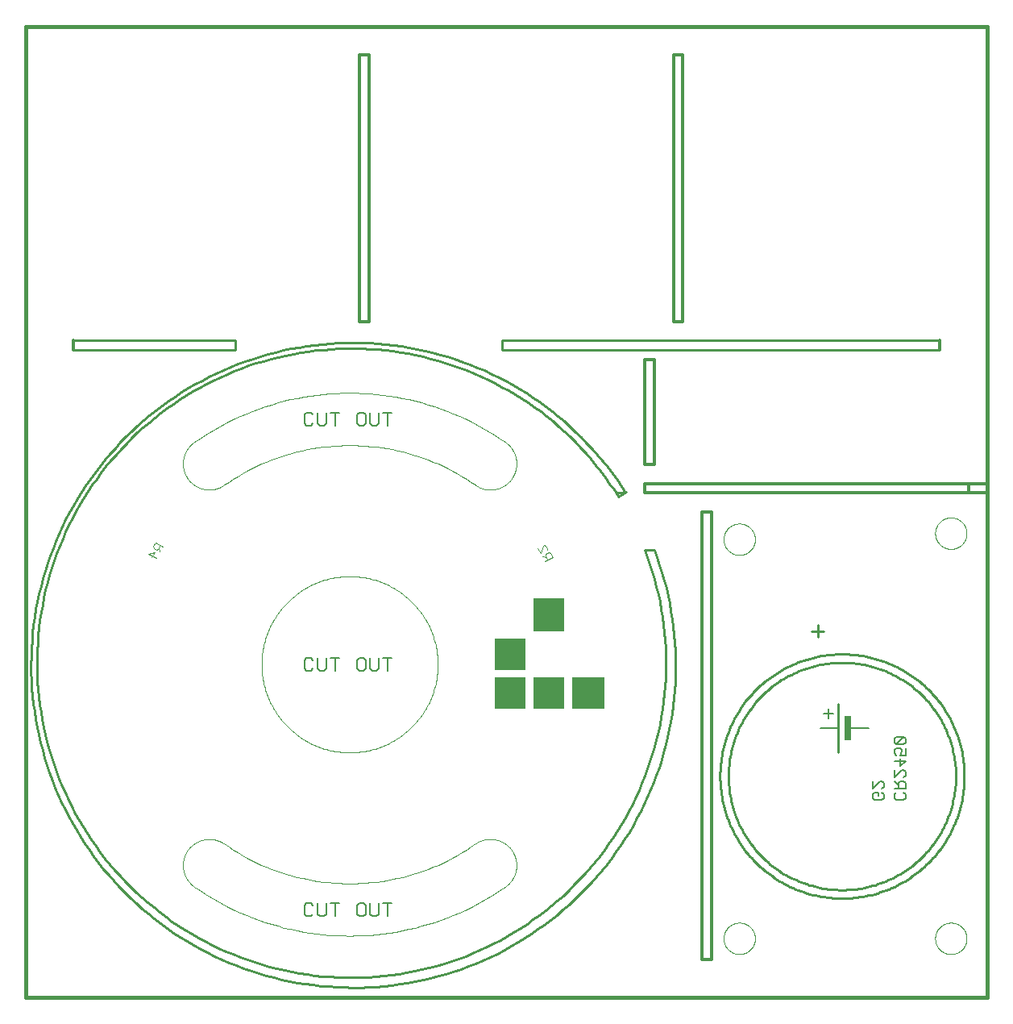
<source format=gbo>
G75*
%MOIN*%
%OFA0B0*%
%FSLAX25Y25*%
%IPPOS*%
%LPD*%
%AMOC8*
5,1,8,0,0,1.08239X$1,22.5*
%
%ADD10C,0.00000*%
%ADD11C,0.00500*%
%ADD12C,0.00000*%
%ADD13C,0.01600*%
%ADD14C,0.01200*%
%ADD15C,0.01000*%
%ADD16C,0.00400*%
%ADD17R,0.13500X0.00500*%
%ADD18R,0.13000X0.00500*%
%ADD19C,0.00600*%
%ADD20R,0.02500X0.10000*%
D10*
X0099241Y0163309D02*
X0099252Y0164203D01*
X0099285Y0165096D01*
X0099340Y0165988D01*
X0099416Y0166878D01*
X0099515Y0167767D01*
X0099635Y0168652D01*
X0099777Y0169535D01*
X0099941Y0170414D01*
X0100126Y0171288D01*
X0100332Y0172158D01*
X0100560Y0173022D01*
X0100809Y0173880D01*
X0101079Y0174732D01*
X0101370Y0175578D01*
X0101681Y0176415D01*
X0102013Y0177245D01*
X0102365Y0178067D01*
X0102737Y0178879D01*
X0103129Y0179682D01*
X0103541Y0180476D01*
X0103972Y0181259D01*
X0104422Y0182031D01*
X0104891Y0182792D01*
X0105378Y0183541D01*
X0105884Y0184278D01*
X0106408Y0185003D01*
X0106949Y0185714D01*
X0107507Y0186412D01*
X0108083Y0187096D01*
X0108675Y0187765D01*
X0109283Y0188420D01*
X0109907Y0189060D01*
X0110547Y0189684D01*
X0111202Y0190292D01*
X0111871Y0190884D01*
X0112555Y0191460D01*
X0113253Y0192018D01*
X0113964Y0192559D01*
X0114689Y0193083D01*
X0115426Y0193589D01*
X0116175Y0194076D01*
X0116936Y0194545D01*
X0117708Y0194995D01*
X0118491Y0195426D01*
X0119285Y0195838D01*
X0120088Y0196230D01*
X0120900Y0196602D01*
X0121722Y0196954D01*
X0122552Y0197286D01*
X0123389Y0197597D01*
X0124235Y0197888D01*
X0125087Y0198158D01*
X0125945Y0198407D01*
X0126809Y0198635D01*
X0127679Y0198841D01*
X0128553Y0199026D01*
X0129432Y0199190D01*
X0130315Y0199332D01*
X0131200Y0199452D01*
X0132089Y0199551D01*
X0132979Y0199627D01*
X0133871Y0199682D01*
X0134764Y0199715D01*
X0135658Y0199726D01*
X0136552Y0199715D01*
X0137445Y0199682D01*
X0138337Y0199627D01*
X0139227Y0199551D01*
X0140116Y0199452D01*
X0141001Y0199332D01*
X0141884Y0199190D01*
X0142763Y0199026D01*
X0143637Y0198841D01*
X0144507Y0198635D01*
X0145371Y0198407D01*
X0146229Y0198158D01*
X0147081Y0197888D01*
X0147927Y0197597D01*
X0148764Y0197286D01*
X0149594Y0196954D01*
X0150416Y0196602D01*
X0151228Y0196230D01*
X0152031Y0195838D01*
X0152825Y0195426D01*
X0153608Y0194995D01*
X0154380Y0194545D01*
X0155141Y0194076D01*
X0155890Y0193589D01*
X0156627Y0193083D01*
X0157352Y0192559D01*
X0158063Y0192018D01*
X0158761Y0191460D01*
X0159445Y0190884D01*
X0160114Y0190292D01*
X0160769Y0189684D01*
X0161409Y0189060D01*
X0162033Y0188420D01*
X0162641Y0187765D01*
X0163233Y0187096D01*
X0163809Y0186412D01*
X0164367Y0185714D01*
X0164908Y0185003D01*
X0165432Y0184278D01*
X0165938Y0183541D01*
X0166425Y0182792D01*
X0166894Y0182031D01*
X0167344Y0181259D01*
X0167775Y0180476D01*
X0168187Y0179682D01*
X0168579Y0178879D01*
X0168951Y0178067D01*
X0169303Y0177245D01*
X0169635Y0176415D01*
X0169946Y0175578D01*
X0170237Y0174732D01*
X0170507Y0173880D01*
X0170756Y0173022D01*
X0170984Y0172158D01*
X0171190Y0171288D01*
X0171375Y0170414D01*
X0171539Y0169535D01*
X0171681Y0168652D01*
X0171801Y0167767D01*
X0171900Y0166878D01*
X0171976Y0165988D01*
X0172031Y0165096D01*
X0172064Y0164203D01*
X0172075Y0163309D01*
X0172064Y0162415D01*
X0172031Y0161522D01*
X0171976Y0160630D01*
X0171900Y0159740D01*
X0171801Y0158851D01*
X0171681Y0157966D01*
X0171539Y0157083D01*
X0171375Y0156204D01*
X0171190Y0155330D01*
X0170984Y0154460D01*
X0170756Y0153596D01*
X0170507Y0152738D01*
X0170237Y0151886D01*
X0169946Y0151040D01*
X0169635Y0150203D01*
X0169303Y0149373D01*
X0168951Y0148551D01*
X0168579Y0147739D01*
X0168187Y0146936D01*
X0167775Y0146142D01*
X0167344Y0145359D01*
X0166894Y0144587D01*
X0166425Y0143826D01*
X0165938Y0143077D01*
X0165432Y0142340D01*
X0164908Y0141615D01*
X0164367Y0140904D01*
X0163809Y0140206D01*
X0163233Y0139522D01*
X0162641Y0138853D01*
X0162033Y0138198D01*
X0161409Y0137558D01*
X0160769Y0136934D01*
X0160114Y0136326D01*
X0159445Y0135734D01*
X0158761Y0135158D01*
X0158063Y0134600D01*
X0157352Y0134059D01*
X0156627Y0133535D01*
X0155890Y0133029D01*
X0155141Y0132542D01*
X0154380Y0132073D01*
X0153608Y0131623D01*
X0152825Y0131192D01*
X0152031Y0130780D01*
X0151228Y0130388D01*
X0150416Y0130016D01*
X0149594Y0129664D01*
X0148764Y0129332D01*
X0147927Y0129021D01*
X0147081Y0128730D01*
X0146229Y0128460D01*
X0145371Y0128211D01*
X0144507Y0127983D01*
X0143637Y0127777D01*
X0142763Y0127592D01*
X0141884Y0127428D01*
X0141001Y0127286D01*
X0140116Y0127166D01*
X0139227Y0127067D01*
X0138337Y0126991D01*
X0137445Y0126936D01*
X0136552Y0126903D01*
X0135658Y0126892D01*
X0134764Y0126903D01*
X0133871Y0126936D01*
X0132979Y0126991D01*
X0132089Y0127067D01*
X0131200Y0127166D01*
X0130315Y0127286D01*
X0129432Y0127428D01*
X0128553Y0127592D01*
X0127679Y0127777D01*
X0126809Y0127983D01*
X0125945Y0128211D01*
X0125087Y0128460D01*
X0124235Y0128730D01*
X0123389Y0129021D01*
X0122552Y0129332D01*
X0121722Y0129664D01*
X0120900Y0130016D01*
X0120088Y0130388D01*
X0119285Y0130780D01*
X0118491Y0131192D01*
X0117708Y0131623D01*
X0116936Y0132073D01*
X0116175Y0132542D01*
X0115426Y0133029D01*
X0114689Y0133535D01*
X0113964Y0134059D01*
X0113253Y0134600D01*
X0112555Y0135158D01*
X0111871Y0135734D01*
X0111202Y0136326D01*
X0110547Y0136934D01*
X0109907Y0137558D01*
X0109283Y0138198D01*
X0108675Y0138853D01*
X0108083Y0139522D01*
X0107507Y0140206D01*
X0106949Y0140904D01*
X0106408Y0141615D01*
X0105884Y0142340D01*
X0105378Y0143077D01*
X0104891Y0143826D01*
X0104422Y0144587D01*
X0103972Y0145359D01*
X0103541Y0146142D01*
X0103129Y0146936D01*
X0102737Y0147739D01*
X0102365Y0148551D01*
X0102013Y0149373D01*
X0101681Y0150203D01*
X0101370Y0151040D01*
X0101079Y0151886D01*
X0100809Y0152738D01*
X0100560Y0153596D01*
X0100332Y0154460D01*
X0100126Y0155330D01*
X0099941Y0156204D01*
X0099777Y0157083D01*
X0099635Y0157966D01*
X0099515Y0158851D01*
X0099416Y0159740D01*
X0099340Y0160630D01*
X0099285Y0161522D01*
X0099252Y0162415D01*
X0099241Y0163309D01*
D11*
X0116876Y0161508D02*
X0117778Y0160607D01*
X0119581Y0160607D01*
X0120483Y0161508D01*
X0122314Y0161508D02*
X0123216Y0160607D01*
X0125019Y0160607D01*
X0125921Y0161508D01*
X0125921Y0166017D01*
X0127752Y0166017D02*
X0131358Y0166017D01*
X0129555Y0166017D02*
X0129555Y0160607D01*
X0122314Y0161508D02*
X0122314Y0166017D01*
X0120483Y0165115D02*
X0119581Y0166017D01*
X0117778Y0166017D01*
X0116876Y0165115D01*
X0116876Y0161508D01*
X0138627Y0161508D02*
X0139529Y0160607D01*
X0141332Y0160607D01*
X0142234Y0161508D01*
X0142234Y0165115D01*
X0141332Y0166017D01*
X0139529Y0166017D01*
X0138627Y0165115D01*
X0138627Y0161508D01*
X0144065Y0161508D02*
X0144966Y0160607D01*
X0146770Y0160607D01*
X0147672Y0161508D01*
X0147672Y0166017D01*
X0149503Y0166017D02*
X0153109Y0166017D01*
X0151306Y0166017D02*
X0151306Y0160607D01*
X0144065Y0161508D02*
X0144065Y0166017D01*
X0144966Y0261985D02*
X0146770Y0261985D01*
X0147672Y0262886D01*
X0147672Y0267395D01*
X0149503Y0267395D02*
X0153109Y0267395D01*
X0151306Y0267395D02*
X0151306Y0261985D01*
X0144966Y0261985D02*
X0144065Y0262886D01*
X0144065Y0267395D01*
X0142234Y0266493D02*
X0142234Y0262886D01*
X0141332Y0261985D01*
X0139529Y0261985D01*
X0138627Y0262886D01*
X0138627Y0266493D01*
X0139529Y0267395D01*
X0141332Y0267395D01*
X0142234Y0266493D01*
X0131358Y0267395D02*
X0127752Y0267395D01*
X0129555Y0267395D02*
X0129555Y0261985D01*
X0125921Y0262886D02*
X0125921Y0267395D01*
X0122314Y0267395D02*
X0122314Y0262886D01*
X0123216Y0261985D01*
X0125019Y0261985D01*
X0125921Y0262886D01*
X0120483Y0262886D02*
X0119581Y0261985D01*
X0117778Y0261985D01*
X0116876Y0262886D01*
X0116876Y0266493D01*
X0117778Y0267395D01*
X0119581Y0267395D01*
X0120483Y0266493D01*
X0119581Y0064639D02*
X0117778Y0064639D01*
X0116876Y0063737D01*
X0116876Y0060130D01*
X0117778Y0059229D01*
X0119581Y0059229D01*
X0120483Y0060130D01*
X0122314Y0060130D02*
X0123216Y0059229D01*
X0125019Y0059229D01*
X0125921Y0060130D01*
X0125921Y0064639D01*
X0127752Y0064639D02*
X0131358Y0064639D01*
X0129555Y0064639D02*
X0129555Y0059229D01*
X0122314Y0060130D02*
X0122314Y0064639D01*
X0120483Y0063737D02*
X0119581Y0064639D01*
X0138627Y0063737D02*
X0138627Y0060130D01*
X0139529Y0059229D01*
X0141332Y0059229D01*
X0142234Y0060130D01*
X0142234Y0063737D01*
X0141332Y0064639D01*
X0139529Y0064639D01*
X0138627Y0063737D01*
X0144065Y0064639D02*
X0144065Y0060130D01*
X0144966Y0059229D01*
X0146770Y0059229D01*
X0147672Y0060130D01*
X0147672Y0064639D01*
X0149503Y0064639D02*
X0153109Y0064639D01*
X0151306Y0064639D02*
X0151306Y0059229D01*
X0352070Y0108103D02*
X0352070Y0109604D01*
X0352820Y0110355D01*
X0354322Y0110355D01*
X0354322Y0108854D01*
X0355823Y0110355D02*
X0356574Y0109604D01*
X0356574Y0108103D01*
X0355823Y0107352D01*
X0352820Y0107352D01*
X0352070Y0108103D01*
X0352070Y0111956D02*
X0355072Y0114959D01*
X0355823Y0114959D01*
X0356574Y0114208D01*
X0356574Y0112707D01*
X0355823Y0111956D01*
X0352070Y0111956D02*
X0352070Y0114959D01*
X0361070Y0114959D02*
X0362571Y0113458D01*
X0362571Y0114208D02*
X0362571Y0111956D01*
X0361070Y0111956D02*
X0365574Y0111956D01*
X0365574Y0114208D01*
X0364823Y0114959D01*
X0363322Y0114959D01*
X0362571Y0114208D01*
X0361070Y0116560D02*
X0364072Y0119563D01*
X0364823Y0119563D01*
X0365574Y0118812D01*
X0365574Y0117311D01*
X0364823Y0116560D01*
X0361070Y0116560D02*
X0361070Y0119563D01*
X0363322Y0121164D02*
X0363322Y0124167D01*
X0363322Y0125768D02*
X0364072Y0127269D01*
X0364072Y0128020D01*
X0363322Y0128771D01*
X0361820Y0128771D01*
X0361070Y0128020D01*
X0361070Y0126519D01*
X0361820Y0125768D01*
X0363322Y0125768D02*
X0365574Y0125768D01*
X0365574Y0128771D01*
X0364823Y0130372D02*
X0365574Y0131123D01*
X0365574Y0132624D01*
X0364823Y0133375D01*
X0361820Y0130372D01*
X0361070Y0131123D01*
X0361070Y0132624D01*
X0361820Y0133375D01*
X0364823Y0133375D01*
X0364823Y0130372D02*
X0361820Y0130372D01*
X0361070Y0123416D02*
X0365574Y0123416D01*
X0363322Y0121164D01*
X0364823Y0110355D02*
X0365574Y0109604D01*
X0365574Y0108103D01*
X0364823Y0107352D01*
X0361820Y0107352D01*
X0361070Y0108103D01*
X0361070Y0109604D01*
X0361820Y0110355D01*
D12*
X0377820Y0050002D02*
X0377822Y0050163D01*
X0377828Y0050323D01*
X0377838Y0050484D01*
X0377852Y0050644D01*
X0377870Y0050804D01*
X0377891Y0050963D01*
X0377917Y0051122D01*
X0377947Y0051280D01*
X0377980Y0051437D01*
X0378018Y0051594D01*
X0378059Y0051749D01*
X0378104Y0051903D01*
X0378153Y0052056D01*
X0378206Y0052208D01*
X0378262Y0052359D01*
X0378323Y0052508D01*
X0378386Y0052656D01*
X0378454Y0052802D01*
X0378525Y0052946D01*
X0378599Y0053088D01*
X0378677Y0053229D01*
X0378759Y0053367D01*
X0378844Y0053504D01*
X0378932Y0053638D01*
X0379024Y0053770D01*
X0379119Y0053900D01*
X0379217Y0054028D01*
X0379318Y0054153D01*
X0379422Y0054275D01*
X0379529Y0054395D01*
X0379639Y0054512D01*
X0379752Y0054627D01*
X0379868Y0054738D01*
X0379987Y0054847D01*
X0380108Y0054952D01*
X0380232Y0055055D01*
X0380358Y0055155D01*
X0380486Y0055251D01*
X0380617Y0055344D01*
X0380751Y0055434D01*
X0380886Y0055521D01*
X0381024Y0055604D01*
X0381163Y0055684D01*
X0381305Y0055760D01*
X0381448Y0055833D01*
X0381593Y0055902D01*
X0381740Y0055968D01*
X0381888Y0056030D01*
X0382038Y0056088D01*
X0382189Y0056143D01*
X0382342Y0056194D01*
X0382496Y0056241D01*
X0382651Y0056284D01*
X0382807Y0056323D01*
X0382963Y0056359D01*
X0383121Y0056390D01*
X0383279Y0056418D01*
X0383438Y0056442D01*
X0383598Y0056462D01*
X0383758Y0056478D01*
X0383918Y0056490D01*
X0384079Y0056498D01*
X0384240Y0056502D01*
X0384400Y0056502D01*
X0384561Y0056498D01*
X0384722Y0056490D01*
X0384882Y0056478D01*
X0385042Y0056462D01*
X0385202Y0056442D01*
X0385361Y0056418D01*
X0385519Y0056390D01*
X0385677Y0056359D01*
X0385833Y0056323D01*
X0385989Y0056284D01*
X0386144Y0056241D01*
X0386298Y0056194D01*
X0386451Y0056143D01*
X0386602Y0056088D01*
X0386752Y0056030D01*
X0386900Y0055968D01*
X0387047Y0055902D01*
X0387192Y0055833D01*
X0387335Y0055760D01*
X0387477Y0055684D01*
X0387616Y0055604D01*
X0387754Y0055521D01*
X0387889Y0055434D01*
X0388023Y0055344D01*
X0388154Y0055251D01*
X0388282Y0055155D01*
X0388408Y0055055D01*
X0388532Y0054952D01*
X0388653Y0054847D01*
X0388772Y0054738D01*
X0388888Y0054627D01*
X0389001Y0054512D01*
X0389111Y0054395D01*
X0389218Y0054275D01*
X0389322Y0054153D01*
X0389423Y0054028D01*
X0389521Y0053900D01*
X0389616Y0053770D01*
X0389708Y0053638D01*
X0389796Y0053504D01*
X0389881Y0053367D01*
X0389963Y0053229D01*
X0390041Y0053088D01*
X0390115Y0052946D01*
X0390186Y0052802D01*
X0390254Y0052656D01*
X0390317Y0052508D01*
X0390378Y0052359D01*
X0390434Y0052208D01*
X0390487Y0052056D01*
X0390536Y0051903D01*
X0390581Y0051749D01*
X0390622Y0051594D01*
X0390660Y0051437D01*
X0390693Y0051280D01*
X0390723Y0051122D01*
X0390749Y0050963D01*
X0390770Y0050804D01*
X0390788Y0050644D01*
X0390802Y0050484D01*
X0390812Y0050323D01*
X0390818Y0050163D01*
X0390820Y0050002D01*
X0390818Y0049841D01*
X0390812Y0049681D01*
X0390802Y0049520D01*
X0390788Y0049360D01*
X0390770Y0049200D01*
X0390749Y0049041D01*
X0390723Y0048882D01*
X0390693Y0048724D01*
X0390660Y0048567D01*
X0390622Y0048410D01*
X0390581Y0048255D01*
X0390536Y0048101D01*
X0390487Y0047948D01*
X0390434Y0047796D01*
X0390378Y0047645D01*
X0390317Y0047496D01*
X0390254Y0047348D01*
X0390186Y0047202D01*
X0390115Y0047058D01*
X0390041Y0046916D01*
X0389963Y0046775D01*
X0389881Y0046637D01*
X0389796Y0046500D01*
X0389708Y0046366D01*
X0389616Y0046234D01*
X0389521Y0046104D01*
X0389423Y0045976D01*
X0389322Y0045851D01*
X0389218Y0045729D01*
X0389111Y0045609D01*
X0389001Y0045492D01*
X0388888Y0045377D01*
X0388772Y0045266D01*
X0388653Y0045157D01*
X0388532Y0045052D01*
X0388408Y0044949D01*
X0388282Y0044849D01*
X0388154Y0044753D01*
X0388023Y0044660D01*
X0387889Y0044570D01*
X0387754Y0044483D01*
X0387616Y0044400D01*
X0387477Y0044320D01*
X0387335Y0044244D01*
X0387192Y0044171D01*
X0387047Y0044102D01*
X0386900Y0044036D01*
X0386752Y0043974D01*
X0386602Y0043916D01*
X0386451Y0043861D01*
X0386298Y0043810D01*
X0386144Y0043763D01*
X0385989Y0043720D01*
X0385833Y0043681D01*
X0385677Y0043645D01*
X0385519Y0043614D01*
X0385361Y0043586D01*
X0385202Y0043562D01*
X0385042Y0043542D01*
X0384882Y0043526D01*
X0384722Y0043514D01*
X0384561Y0043506D01*
X0384400Y0043502D01*
X0384240Y0043502D01*
X0384079Y0043506D01*
X0383918Y0043514D01*
X0383758Y0043526D01*
X0383598Y0043542D01*
X0383438Y0043562D01*
X0383279Y0043586D01*
X0383121Y0043614D01*
X0382963Y0043645D01*
X0382807Y0043681D01*
X0382651Y0043720D01*
X0382496Y0043763D01*
X0382342Y0043810D01*
X0382189Y0043861D01*
X0382038Y0043916D01*
X0381888Y0043974D01*
X0381740Y0044036D01*
X0381593Y0044102D01*
X0381448Y0044171D01*
X0381305Y0044244D01*
X0381163Y0044320D01*
X0381024Y0044400D01*
X0380886Y0044483D01*
X0380751Y0044570D01*
X0380617Y0044660D01*
X0380486Y0044753D01*
X0380358Y0044849D01*
X0380232Y0044949D01*
X0380108Y0045052D01*
X0379987Y0045157D01*
X0379868Y0045266D01*
X0379752Y0045377D01*
X0379639Y0045492D01*
X0379529Y0045609D01*
X0379422Y0045729D01*
X0379318Y0045851D01*
X0379217Y0045976D01*
X0379119Y0046104D01*
X0379024Y0046234D01*
X0378932Y0046366D01*
X0378844Y0046500D01*
X0378759Y0046637D01*
X0378677Y0046775D01*
X0378599Y0046916D01*
X0378525Y0047058D01*
X0378454Y0047202D01*
X0378386Y0047348D01*
X0378323Y0047496D01*
X0378262Y0047645D01*
X0378206Y0047796D01*
X0378153Y0047948D01*
X0378104Y0048101D01*
X0378059Y0048255D01*
X0378018Y0048410D01*
X0377980Y0048567D01*
X0377947Y0048724D01*
X0377917Y0048882D01*
X0377891Y0049041D01*
X0377870Y0049200D01*
X0377852Y0049360D01*
X0377838Y0049520D01*
X0377828Y0049681D01*
X0377822Y0049841D01*
X0377820Y0050002D01*
X0290320Y0050002D02*
X0290322Y0050163D01*
X0290328Y0050323D01*
X0290338Y0050484D01*
X0290352Y0050644D01*
X0290370Y0050804D01*
X0290391Y0050963D01*
X0290417Y0051122D01*
X0290447Y0051280D01*
X0290480Y0051437D01*
X0290518Y0051594D01*
X0290559Y0051749D01*
X0290604Y0051903D01*
X0290653Y0052056D01*
X0290706Y0052208D01*
X0290762Y0052359D01*
X0290823Y0052508D01*
X0290886Y0052656D01*
X0290954Y0052802D01*
X0291025Y0052946D01*
X0291099Y0053088D01*
X0291177Y0053229D01*
X0291259Y0053367D01*
X0291344Y0053504D01*
X0291432Y0053638D01*
X0291524Y0053770D01*
X0291619Y0053900D01*
X0291717Y0054028D01*
X0291818Y0054153D01*
X0291922Y0054275D01*
X0292029Y0054395D01*
X0292139Y0054512D01*
X0292252Y0054627D01*
X0292368Y0054738D01*
X0292487Y0054847D01*
X0292608Y0054952D01*
X0292732Y0055055D01*
X0292858Y0055155D01*
X0292986Y0055251D01*
X0293117Y0055344D01*
X0293251Y0055434D01*
X0293386Y0055521D01*
X0293524Y0055604D01*
X0293663Y0055684D01*
X0293805Y0055760D01*
X0293948Y0055833D01*
X0294093Y0055902D01*
X0294240Y0055968D01*
X0294388Y0056030D01*
X0294538Y0056088D01*
X0294689Y0056143D01*
X0294842Y0056194D01*
X0294996Y0056241D01*
X0295151Y0056284D01*
X0295307Y0056323D01*
X0295463Y0056359D01*
X0295621Y0056390D01*
X0295779Y0056418D01*
X0295938Y0056442D01*
X0296098Y0056462D01*
X0296258Y0056478D01*
X0296418Y0056490D01*
X0296579Y0056498D01*
X0296740Y0056502D01*
X0296900Y0056502D01*
X0297061Y0056498D01*
X0297222Y0056490D01*
X0297382Y0056478D01*
X0297542Y0056462D01*
X0297702Y0056442D01*
X0297861Y0056418D01*
X0298019Y0056390D01*
X0298177Y0056359D01*
X0298333Y0056323D01*
X0298489Y0056284D01*
X0298644Y0056241D01*
X0298798Y0056194D01*
X0298951Y0056143D01*
X0299102Y0056088D01*
X0299252Y0056030D01*
X0299400Y0055968D01*
X0299547Y0055902D01*
X0299692Y0055833D01*
X0299835Y0055760D01*
X0299977Y0055684D01*
X0300116Y0055604D01*
X0300254Y0055521D01*
X0300389Y0055434D01*
X0300523Y0055344D01*
X0300654Y0055251D01*
X0300782Y0055155D01*
X0300908Y0055055D01*
X0301032Y0054952D01*
X0301153Y0054847D01*
X0301272Y0054738D01*
X0301388Y0054627D01*
X0301501Y0054512D01*
X0301611Y0054395D01*
X0301718Y0054275D01*
X0301822Y0054153D01*
X0301923Y0054028D01*
X0302021Y0053900D01*
X0302116Y0053770D01*
X0302208Y0053638D01*
X0302296Y0053504D01*
X0302381Y0053367D01*
X0302463Y0053229D01*
X0302541Y0053088D01*
X0302615Y0052946D01*
X0302686Y0052802D01*
X0302754Y0052656D01*
X0302817Y0052508D01*
X0302878Y0052359D01*
X0302934Y0052208D01*
X0302987Y0052056D01*
X0303036Y0051903D01*
X0303081Y0051749D01*
X0303122Y0051594D01*
X0303160Y0051437D01*
X0303193Y0051280D01*
X0303223Y0051122D01*
X0303249Y0050963D01*
X0303270Y0050804D01*
X0303288Y0050644D01*
X0303302Y0050484D01*
X0303312Y0050323D01*
X0303318Y0050163D01*
X0303320Y0050002D01*
X0303318Y0049841D01*
X0303312Y0049681D01*
X0303302Y0049520D01*
X0303288Y0049360D01*
X0303270Y0049200D01*
X0303249Y0049041D01*
X0303223Y0048882D01*
X0303193Y0048724D01*
X0303160Y0048567D01*
X0303122Y0048410D01*
X0303081Y0048255D01*
X0303036Y0048101D01*
X0302987Y0047948D01*
X0302934Y0047796D01*
X0302878Y0047645D01*
X0302817Y0047496D01*
X0302754Y0047348D01*
X0302686Y0047202D01*
X0302615Y0047058D01*
X0302541Y0046916D01*
X0302463Y0046775D01*
X0302381Y0046637D01*
X0302296Y0046500D01*
X0302208Y0046366D01*
X0302116Y0046234D01*
X0302021Y0046104D01*
X0301923Y0045976D01*
X0301822Y0045851D01*
X0301718Y0045729D01*
X0301611Y0045609D01*
X0301501Y0045492D01*
X0301388Y0045377D01*
X0301272Y0045266D01*
X0301153Y0045157D01*
X0301032Y0045052D01*
X0300908Y0044949D01*
X0300782Y0044849D01*
X0300654Y0044753D01*
X0300523Y0044660D01*
X0300389Y0044570D01*
X0300254Y0044483D01*
X0300116Y0044400D01*
X0299977Y0044320D01*
X0299835Y0044244D01*
X0299692Y0044171D01*
X0299547Y0044102D01*
X0299400Y0044036D01*
X0299252Y0043974D01*
X0299102Y0043916D01*
X0298951Y0043861D01*
X0298798Y0043810D01*
X0298644Y0043763D01*
X0298489Y0043720D01*
X0298333Y0043681D01*
X0298177Y0043645D01*
X0298019Y0043614D01*
X0297861Y0043586D01*
X0297702Y0043562D01*
X0297542Y0043542D01*
X0297382Y0043526D01*
X0297222Y0043514D01*
X0297061Y0043506D01*
X0296900Y0043502D01*
X0296740Y0043502D01*
X0296579Y0043506D01*
X0296418Y0043514D01*
X0296258Y0043526D01*
X0296098Y0043542D01*
X0295938Y0043562D01*
X0295779Y0043586D01*
X0295621Y0043614D01*
X0295463Y0043645D01*
X0295307Y0043681D01*
X0295151Y0043720D01*
X0294996Y0043763D01*
X0294842Y0043810D01*
X0294689Y0043861D01*
X0294538Y0043916D01*
X0294388Y0043974D01*
X0294240Y0044036D01*
X0294093Y0044102D01*
X0293948Y0044171D01*
X0293805Y0044244D01*
X0293663Y0044320D01*
X0293524Y0044400D01*
X0293386Y0044483D01*
X0293251Y0044570D01*
X0293117Y0044660D01*
X0292986Y0044753D01*
X0292858Y0044849D01*
X0292732Y0044949D01*
X0292608Y0045052D01*
X0292487Y0045157D01*
X0292368Y0045266D01*
X0292252Y0045377D01*
X0292139Y0045492D01*
X0292029Y0045609D01*
X0291922Y0045729D01*
X0291818Y0045851D01*
X0291717Y0045976D01*
X0291619Y0046104D01*
X0291524Y0046234D01*
X0291432Y0046366D01*
X0291344Y0046500D01*
X0291259Y0046637D01*
X0291177Y0046775D01*
X0291099Y0046916D01*
X0291025Y0047058D01*
X0290954Y0047202D01*
X0290886Y0047348D01*
X0290823Y0047496D01*
X0290762Y0047645D01*
X0290706Y0047796D01*
X0290653Y0047948D01*
X0290604Y0048101D01*
X0290559Y0048255D01*
X0290518Y0048410D01*
X0290480Y0048567D01*
X0290447Y0048724D01*
X0290417Y0048882D01*
X0290391Y0049041D01*
X0290370Y0049200D01*
X0290352Y0049360D01*
X0290338Y0049520D01*
X0290328Y0049681D01*
X0290322Y0049841D01*
X0290320Y0050002D01*
X0202675Y0086475D02*
X0202522Y0086688D01*
X0202365Y0086896D01*
X0202202Y0087101D01*
X0202034Y0087302D01*
X0201862Y0087499D01*
X0201685Y0087691D01*
X0201503Y0087880D01*
X0201317Y0088063D01*
X0201126Y0088243D01*
X0200931Y0088417D01*
X0200732Y0088587D01*
X0200529Y0088752D01*
X0200322Y0088912D01*
X0200111Y0089067D01*
X0199896Y0089217D01*
X0199678Y0089361D01*
X0199457Y0089500D01*
X0199232Y0089634D01*
X0199004Y0089763D01*
X0198773Y0089885D01*
X0198539Y0090003D01*
X0198303Y0090114D01*
X0198063Y0090220D01*
X0197821Y0090320D01*
X0197577Y0090414D01*
X0197331Y0090502D01*
X0197083Y0090584D01*
X0196832Y0090660D01*
X0196580Y0090731D01*
X0196326Y0090795D01*
X0196071Y0090852D01*
X0195815Y0090904D01*
X0195557Y0090949D01*
X0195298Y0090989D01*
X0195039Y0091022D01*
X0194779Y0091048D01*
X0194518Y0091069D01*
X0194256Y0091083D01*
X0193995Y0091090D01*
X0193733Y0091092D01*
X0193472Y0091087D01*
X0193210Y0091076D01*
X0192949Y0091058D01*
X0192689Y0091034D01*
X0192429Y0091004D01*
X0192170Y0090968D01*
X0191912Y0090925D01*
X0191655Y0090876D01*
X0191399Y0090821D01*
X0191144Y0090760D01*
X0190892Y0090692D01*
X0190640Y0090619D01*
X0190391Y0090539D01*
X0190144Y0090454D01*
X0189899Y0090362D01*
X0189656Y0090265D01*
X0189416Y0090162D01*
X0189178Y0090053D01*
X0188943Y0089938D01*
X0188710Y0089818D01*
X0188481Y0089692D01*
X0188255Y0089560D01*
X0188032Y0089424D01*
X0187812Y0089281D01*
X0187596Y0089134D01*
X0202675Y0086475D02*
X0202822Y0086259D01*
X0202965Y0086039D01*
X0203101Y0085816D01*
X0203233Y0085590D01*
X0203359Y0085361D01*
X0203479Y0085128D01*
X0203594Y0084893D01*
X0203703Y0084655D01*
X0203806Y0084415D01*
X0203903Y0084172D01*
X0203995Y0083927D01*
X0204080Y0083680D01*
X0204160Y0083431D01*
X0204233Y0083179D01*
X0204301Y0082927D01*
X0204362Y0082672D01*
X0204417Y0082416D01*
X0204466Y0082159D01*
X0204509Y0081901D01*
X0204545Y0081642D01*
X0204575Y0081382D01*
X0204599Y0081122D01*
X0204617Y0080861D01*
X0204628Y0080599D01*
X0204633Y0080338D01*
X0204631Y0080076D01*
X0204624Y0079815D01*
X0204610Y0079553D01*
X0204589Y0079292D01*
X0204563Y0079032D01*
X0204530Y0078773D01*
X0204490Y0078514D01*
X0204445Y0078256D01*
X0204393Y0078000D01*
X0204336Y0077745D01*
X0204272Y0077491D01*
X0204201Y0077239D01*
X0204125Y0076988D01*
X0204043Y0076740D01*
X0203955Y0076494D01*
X0203861Y0076250D01*
X0203761Y0076008D01*
X0203655Y0075768D01*
X0203544Y0075532D01*
X0203426Y0075298D01*
X0203304Y0075067D01*
X0203175Y0074839D01*
X0203041Y0074614D01*
X0202902Y0074393D01*
X0202758Y0074175D01*
X0202608Y0073960D01*
X0202453Y0073749D01*
X0202293Y0073542D01*
X0202128Y0073339D01*
X0201958Y0073140D01*
X0201784Y0072945D01*
X0201604Y0072754D01*
X0201421Y0072568D01*
X0201232Y0072386D01*
X0201040Y0072209D01*
X0200843Y0072037D01*
X0200642Y0071869D01*
X0200437Y0071706D01*
X0200229Y0071549D01*
X0200016Y0071396D01*
X0197751Y0069851D01*
X0195449Y0068362D01*
X0193112Y0066929D01*
X0190740Y0065554D01*
X0188335Y0064238D01*
X0185899Y0062980D01*
X0183433Y0061783D01*
X0180938Y0060646D01*
X0178416Y0059570D01*
X0175869Y0058557D01*
X0173297Y0057605D01*
X0170704Y0056717D01*
X0168089Y0055893D01*
X0165455Y0055133D01*
X0162803Y0054437D01*
X0160135Y0053806D01*
X0157452Y0053241D01*
X0154756Y0052741D01*
X0152049Y0052308D01*
X0149332Y0051940D01*
X0146607Y0051640D01*
X0143876Y0051405D01*
X0141139Y0051238D01*
X0138399Y0051137D01*
X0135658Y0051104D01*
X0132917Y0051137D01*
X0130177Y0051238D01*
X0127440Y0051405D01*
X0124709Y0051640D01*
X0121984Y0051940D01*
X0119267Y0052308D01*
X0116560Y0052741D01*
X0113864Y0053241D01*
X0111181Y0053806D01*
X0108513Y0054437D01*
X0105861Y0055133D01*
X0103227Y0055893D01*
X0100612Y0056717D01*
X0098019Y0057605D01*
X0095447Y0058557D01*
X0092900Y0059570D01*
X0090378Y0060646D01*
X0087883Y0061783D01*
X0085417Y0062980D01*
X0082981Y0064238D01*
X0080576Y0065554D01*
X0078204Y0066929D01*
X0075867Y0068362D01*
X0073565Y0069851D01*
X0071300Y0071396D01*
X0071087Y0071549D01*
X0070879Y0071706D01*
X0070674Y0071869D01*
X0070473Y0072037D01*
X0070276Y0072209D01*
X0070084Y0072386D01*
X0069895Y0072568D01*
X0069712Y0072754D01*
X0069532Y0072945D01*
X0069358Y0073140D01*
X0069188Y0073339D01*
X0069023Y0073542D01*
X0068863Y0073749D01*
X0068708Y0073960D01*
X0068558Y0074175D01*
X0068414Y0074393D01*
X0068275Y0074614D01*
X0068141Y0074839D01*
X0068012Y0075067D01*
X0067890Y0075298D01*
X0067772Y0075532D01*
X0067661Y0075768D01*
X0067555Y0076008D01*
X0067455Y0076250D01*
X0067361Y0076494D01*
X0067273Y0076740D01*
X0067191Y0076988D01*
X0067115Y0077239D01*
X0067044Y0077491D01*
X0066980Y0077745D01*
X0066923Y0078000D01*
X0066871Y0078256D01*
X0066826Y0078514D01*
X0066786Y0078773D01*
X0066753Y0079032D01*
X0066727Y0079292D01*
X0066706Y0079553D01*
X0066692Y0079815D01*
X0066685Y0080076D01*
X0066683Y0080338D01*
X0066688Y0080599D01*
X0066699Y0080861D01*
X0066717Y0081122D01*
X0066741Y0081382D01*
X0066771Y0081642D01*
X0066807Y0081901D01*
X0066850Y0082159D01*
X0066899Y0082416D01*
X0066954Y0082672D01*
X0067015Y0082927D01*
X0067083Y0083179D01*
X0067156Y0083431D01*
X0067236Y0083680D01*
X0067321Y0083927D01*
X0067413Y0084172D01*
X0067510Y0084415D01*
X0067613Y0084655D01*
X0067722Y0084893D01*
X0067837Y0085128D01*
X0067957Y0085361D01*
X0068083Y0085590D01*
X0068215Y0085816D01*
X0068351Y0086039D01*
X0068494Y0086259D01*
X0068641Y0086475D01*
X0068794Y0086688D01*
X0068951Y0086896D01*
X0069114Y0087101D01*
X0069282Y0087302D01*
X0069454Y0087499D01*
X0069631Y0087691D01*
X0069813Y0087880D01*
X0069999Y0088063D01*
X0070190Y0088243D01*
X0070385Y0088417D01*
X0070584Y0088587D01*
X0070787Y0088752D01*
X0070994Y0088912D01*
X0071205Y0089067D01*
X0071420Y0089217D01*
X0071638Y0089361D01*
X0071859Y0089500D01*
X0072084Y0089634D01*
X0072312Y0089763D01*
X0072543Y0089885D01*
X0072777Y0090003D01*
X0073013Y0090114D01*
X0073253Y0090220D01*
X0073495Y0090320D01*
X0073739Y0090414D01*
X0073985Y0090502D01*
X0074233Y0090584D01*
X0074484Y0090660D01*
X0074736Y0090731D01*
X0074990Y0090795D01*
X0075245Y0090852D01*
X0075501Y0090904D01*
X0075759Y0090949D01*
X0076018Y0090989D01*
X0076277Y0091022D01*
X0076537Y0091048D01*
X0076798Y0091069D01*
X0077060Y0091083D01*
X0077321Y0091090D01*
X0077583Y0091092D01*
X0077844Y0091087D01*
X0078106Y0091076D01*
X0078367Y0091058D01*
X0078627Y0091034D01*
X0078887Y0091004D01*
X0079146Y0090968D01*
X0079404Y0090925D01*
X0079661Y0090876D01*
X0079917Y0090821D01*
X0080172Y0090760D01*
X0080424Y0090692D01*
X0080676Y0090619D01*
X0080925Y0090539D01*
X0081172Y0090454D01*
X0081417Y0090362D01*
X0081660Y0090265D01*
X0081900Y0090162D01*
X0082138Y0090053D01*
X0082373Y0089938D01*
X0082606Y0089818D01*
X0082835Y0089692D01*
X0083061Y0089560D01*
X0083284Y0089424D01*
X0083504Y0089281D01*
X0083720Y0089134D01*
X0085548Y0087887D01*
X0087406Y0086685D01*
X0089292Y0085529D01*
X0091206Y0084420D01*
X0093147Y0083357D01*
X0095113Y0082342D01*
X0097103Y0081376D01*
X0099117Y0080458D01*
X0101152Y0079590D01*
X0103207Y0078772D01*
X0105283Y0078005D01*
X0107376Y0077288D01*
X0109486Y0076623D01*
X0111612Y0076009D01*
X0113752Y0075448D01*
X0115905Y0074939D01*
X0118070Y0074483D01*
X0120245Y0074079D01*
X0122430Y0073729D01*
X0124623Y0073433D01*
X0126822Y0073190D01*
X0129026Y0073001D01*
X0131235Y0072866D01*
X0133446Y0072785D01*
X0135658Y0072758D01*
X0137870Y0072785D01*
X0140081Y0072866D01*
X0142290Y0073001D01*
X0144494Y0073190D01*
X0146693Y0073433D01*
X0148886Y0073729D01*
X0151071Y0074079D01*
X0153246Y0074483D01*
X0155411Y0074939D01*
X0157564Y0075448D01*
X0159704Y0076009D01*
X0161830Y0076623D01*
X0163940Y0077288D01*
X0166033Y0078005D01*
X0168109Y0078772D01*
X0170164Y0079590D01*
X0172199Y0080458D01*
X0174213Y0081376D01*
X0176203Y0082342D01*
X0178169Y0083357D01*
X0180110Y0084420D01*
X0182024Y0085529D01*
X0183910Y0086685D01*
X0185768Y0087887D01*
X0187596Y0089134D01*
X0200016Y0255222D02*
X0197751Y0256767D01*
X0195449Y0258256D01*
X0193112Y0259689D01*
X0190740Y0261064D01*
X0188335Y0262380D01*
X0185899Y0263638D01*
X0183433Y0264835D01*
X0180938Y0265972D01*
X0178416Y0267048D01*
X0175869Y0268061D01*
X0173297Y0269013D01*
X0170704Y0269901D01*
X0168089Y0270725D01*
X0165455Y0271485D01*
X0162803Y0272181D01*
X0160135Y0272812D01*
X0157452Y0273377D01*
X0154756Y0273877D01*
X0152049Y0274310D01*
X0149332Y0274678D01*
X0146607Y0274978D01*
X0143876Y0275213D01*
X0141139Y0275380D01*
X0138399Y0275481D01*
X0135658Y0275514D01*
X0132917Y0275481D01*
X0130177Y0275380D01*
X0127440Y0275213D01*
X0124709Y0274978D01*
X0121984Y0274678D01*
X0119267Y0274310D01*
X0116560Y0273877D01*
X0113864Y0273377D01*
X0111181Y0272812D01*
X0108513Y0272181D01*
X0105861Y0271485D01*
X0103227Y0270725D01*
X0100612Y0269901D01*
X0098019Y0269013D01*
X0095447Y0268061D01*
X0092900Y0267048D01*
X0090378Y0265972D01*
X0087883Y0264835D01*
X0085417Y0263638D01*
X0082981Y0262380D01*
X0080576Y0261064D01*
X0078204Y0259689D01*
X0075867Y0258256D01*
X0073565Y0256767D01*
X0071300Y0255222D01*
X0071087Y0255069D01*
X0070879Y0254912D01*
X0070674Y0254749D01*
X0070473Y0254581D01*
X0070276Y0254409D01*
X0070084Y0254232D01*
X0069895Y0254050D01*
X0069712Y0253864D01*
X0069532Y0253673D01*
X0069358Y0253478D01*
X0069188Y0253279D01*
X0069023Y0253076D01*
X0068863Y0252869D01*
X0068708Y0252658D01*
X0068558Y0252443D01*
X0068414Y0252225D01*
X0068275Y0252004D01*
X0068141Y0251779D01*
X0068012Y0251551D01*
X0067890Y0251320D01*
X0067772Y0251086D01*
X0067661Y0250850D01*
X0067555Y0250610D01*
X0067455Y0250368D01*
X0067361Y0250124D01*
X0067273Y0249878D01*
X0067191Y0249630D01*
X0067115Y0249379D01*
X0067044Y0249127D01*
X0066980Y0248873D01*
X0066923Y0248618D01*
X0066871Y0248362D01*
X0066826Y0248104D01*
X0066786Y0247845D01*
X0066753Y0247586D01*
X0066727Y0247326D01*
X0066706Y0247065D01*
X0066692Y0246803D01*
X0066685Y0246542D01*
X0066683Y0246280D01*
X0066688Y0246019D01*
X0066699Y0245757D01*
X0066717Y0245496D01*
X0066741Y0245236D01*
X0066771Y0244976D01*
X0066807Y0244717D01*
X0066850Y0244459D01*
X0066899Y0244202D01*
X0066954Y0243946D01*
X0067015Y0243691D01*
X0067083Y0243439D01*
X0067156Y0243187D01*
X0067236Y0242938D01*
X0067321Y0242691D01*
X0067413Y0242446D01*
X0067510Y0242203D01*
X0067613Y0241963D01*
X0067722Y0241725D01*
X0067837Y0241490D01*
X0067957Y0241257D01*
X0068083Y0241028D01*
X0068215Y0240802D01*
X0068351Y0240579D01*
X0068494Y0240359D01*
X0068641Y0240143D01*
X0068794Y0239930D01*
X0068951Y0239722D01*
X0069114Y0239517D01*
X0069282Y0239316D01*
X0069454Y0239119D01*
X0069631Y0238927D01*
X0069813Y0238738D01*
X0069999Y0238555D01*
X0070190Y0238375D01*
X0070385Y0238201D01*
X0070584Y0238031D01*
X0070787Y0237866D01*
X0070994Y0237706D01*
X0071205Y0237551D01*
X0071420Y0237401D01*
X0071638Y0237257D01*
X0071859Y0237118D01*
X0072084Y0236984D01*
X0072312Y0236855D01*
X0072543Y0236733D01*
X0072777Y0236615D01*
X0073013Y0236504D01*
X0073253Y0236398D01*
X0073495Y0236298D01*
X0073739Y0236204D01*
X0073985Y0236116D01*
X0074233Y0236034D01*
X0074484Y0235958D01*
X0074736Y0235887D01*
X0074990Y0235823D01*
X0075245Y0235766D01*
X0075501Y0235714D01*
X0075759Y0235669D01*
X0076018Y0235629D01*
X0076277Y0235596D01*
X0076537Y0235570D01*
X0076798Y0235549D01*
X0077060Y0235535D01*
X0077321Y0235528D01*
X0077583Y0235526D01*
X0077844Y0235531D01*
X0078106Y0235542D01*
X0078367Y0235560D01*
X0078627Y0235584D01*
X0078887Y0235614D01*
X0079146Y0235650D01*
X0079404Y0235693D01*
X0079661Y0235742D01*
X0079917Y0235797D01*
X0080172Y0235858D01*
X0080424Y0235926D01*
X0080676Y0235999D01*
X0080925Y0236079D01*
X0081172Y0236164D01*
X0081417Y0236256D01*
X0081660Y0236353D01*
X0081900Y0236456D01*
X0082138Y0236565D01*
X0082373Y0236680D01*
X0082606Y0236800D01*
X0082835Y0236926D01*
X0083061Y0237058D01*
X0083284Y0237194D01*
X0083504Y0237337D01*
X0083720Y0237484D01*
X0085548Y0238731D01*
X0087406Y0239933D01*
X0089292Y0241089D01*
X0091206Y0242198D01*
X0093147Y0243261D01*
X0095113Y0244276D01*
X0097103Y0245242D01*
X0099117Y0246160D01*
X0101152Y0247028D01*
X0103207Y0247846D01*
X0105283Y0248613D01*
X0107376Y0249330D01*
X0109486Y0249995D01*
X0111612Y0250609D01*
X0113752Y0251170D01*
X0115905Y0251679D01*
X0118070Y0252135D01*
X0120245Y0252539D01*
X0122430Y0252889D01*
X0124623Y0253185D01*
X0126822Y0253428D01*
X0129026Y0253617D01*
X0131235Y0253752D01*
X0133446Y0253833D01*
X0135658Y0253860D01*
X0137870Y0253833D01*
X0140081Y0253752D01*
X0142290Y0253617D01*
X0144494Y0253428D01*
X0146693Y0253185D01*
X0148886Y0252889D01*
X0151071Y0252539D01*
X0153246Y0252135D01*
X0155411Y0251679D01*
X0157564Y0251170D01*
X0159704Y0250609D01*
X0161830Y0249995D01*
X0163940Y0249330D01*
X0166033Y0248613D01*
X0168109Y0247846D01*
X0170164Y0247028D01*
X0172199Y0246160D01*
X0174213Y0245242D01*
X0176203Y0244276D01*
X0178169Y0243261D01*
X0180110Y0242198D01*
X0182024Y0241089D01*
X0183910Y0239933D01*
X0185768Y0238731D01*
X0187596Y0237484D01*
X0187812Y0237337D01*
X0188032Y0237194D01*
X0188255Y0237058D01*
X0188481Y0236926D01*
X0188710Y0236800D01*
X0188943Y0236680D01*
X0189178Y0236565D01*
X0189416Y0236456D01*
X0189656Y0236353D01*
X0189899Y0236256D01*
X0190144Y0236164D01*
X0190391Y0236079D01*
X0190640Y0235999D01*
X0190892Y0235926D01*
X0191144Y0235858D01*
X0191399Y0235797D01*
X0191655Y0235742D01*
X0191912Y0235693D01*
X0192170Y0235650D01*
X0192429Y0235614D01*
X0192689Y0235584D01*
X0192949Y0235560D01*
X0193210Y0235542D01*
X0193472Y0235531D01*
X0193733Y0235526D01*
X0193995Y0235528D01*
X0194256Y0235535D01*
X0194518Y0235549D01*
X0194779Y0235570D01*
X0195039Y0235596D01*
X0195298Y0235629D01*
X0195557Y0235669D01*
X0195815Y0235714D01*
X0196071Y0235766D01*
X0196326Y0235823D01*
X0196580Y0235887D01*
X0196832Y0235958D01*
X0197083Y0236034D01*
X0197331Y0236116D01*
X0197577Y0236204D01*
X0197821Y0236298D01*
X0198063Y0236398D01*
X0198303Y0236504D01*
X0198539Y0236615D01*
X0198773Y0236733D01*
X0199004Y0236855D01*
X0199232Y0236984D01*
X0199457Y0237118D01*
X0199678Y0237257D01*
X0199896Y0237401D01*
X0200111Y0237551D01*
X0200322Y0237706D01*
X0200529Y0237866D01*
X0200732Y0238031D01*
X0200931Y0238201D01*
X0201126Y0238375D01*
X0201317Y0238555D01*
X0201503Y0238738D01*
X0201685Y0238927D01*
X0201862Y0239119D01*
X0202034Y0239316D01*
X0202202Y0239517D01*
X0202365Y0239722D01*
X0202522Y0239930D01*
X0202675Y0240143D01*
X0202822Y0240359D01*
X0202965Y0240579D01*
X0203101Y0240802D01*
X0203233Y0241028D01*
X0203359Y0241257D01*
X0203479Y0241490D01*
X0203594Y0241725D01*
X0203703Y0241963D01*
X0203806Y0242203D01*
X0203903Y0242446D01*
X0203995Y0242691D01*
X0204080Y0242938D01*
X0204160Y0243187D01*
X0204233Y0243439D01*
X0204301Y0243691D01*
X0204362Y0243946D01*
X0204417Y0244202D01*
X0204466Y0244459D01*
X0204509Y0244717D01*
X0204545Y0244976D01*
X0204575Y0245236D01*
X0204599Y0245496D01*
X0204617Y0245757D01*
X0204628Y0246019D01*
X0204633Y0246280D01*
X0204631Y0246542D01*
X0204624Y0246803D01*
X0204610Y0247065D01*
X0204589Y0247326D01*
X0204563Y0247586D01*
X0204530Y0247845D01*
X0204490Y0248104D01*
X0204445Y0248362D01*
X0204393Y0248618D01*
X0204336Y0248873D01*
X0204272Y0249127D01*
X0204201Y0249379D01*
X0204125Y0249630D01*
X0204043Y0249878D01*
X0203955Y0250124D01*
X0203861Y0250368D01*
X0203761Y0250610D01*
X0203655Y0250850D01*
X0203544Y0251086D01*
X0203426Y0251320D01*
X0203304Y0251551D01*
X0203175Y0251779D01*
X0203041Y0252004D01*
X0202902Y0252225D01*
X0202758Y0252443D01*
X0202608Y0252658D01*
X0202453Y0252869D01*
X0202293Y0253076D01*
X0202128Y0253279D01*
X0201958Y0253478D01*
X0201784Y0253673D01*
X0201604Y0253864D01*
X0201421Y0254050D01*
X0201232Y0254232D01*
X0201040Y0254409D01*
X0200843Y0254581D01*
X0200642Y0254749D01*
X0200437Y0254912D01*
X0200229Y0255069D01*
X0200016Y0255222D01*
X0290320Y0215002D02*
X0290322Y0215163D01*
X0290328Y0215323D01*
X0290338Y0215484D01*
X0290352Y0215644D01*
X0290370Y0215804D01*
X0290391Y0215963D01*
X0290417Y0216122D01*
X0290447Y0216280D01*
X0290480Y0216437D01*
X0290518Y0216594D01*
X0290559Y0216749D01*
X0290604Y0216903D01*
X0290653Y0217056D01*
X0290706Y0217208D01*
X0290762Y0217359D01*
X0290823Y0217508D01*
X0290886Y0217656D01*
X0290954Y0217802D01*
X0291025Y0217946D01*
X0291099Y0218088D01*
X0291177Y0218229D01*
X0291259Y0218367D01*
X0291344Y0218504D01*
X0291432Y0218638D01*
X0291524Y0218770D01*
X0291619Y0218900D01*
X0291717Y0219028D01*
X0291818Y0219153D01*
X0291922Y0219275D01*
X0292029Y0219395D01*
X0292139Y0219512D01*
X0292252Y0219627D01*
X0292368Y0219738D01*
X0292487Y0219847D01*
X0292608Y0219952D01*
X0292732Y0220055D01*
X0292858Y0220155D01*
X0292986Y0220251D01*
X0293117Y0220344D01*
X0293251Y0220434D01*
X0293386Y0220521D01*
X0293524Y0220604D01*
X0293663Y0220684D01*
X0293805Y0220760D01*
X0293948Y0220833D01*
X0294093Y0220902D01*
X0294240Y0220968D01*
X0294388Y0221030D01*
X0294538Y0221088D01*
X0294689Y0221143D01*
X0294842Y0221194D01*
X0294996Y0221241D01*
X0295151Y0221284D01*
X0295307Y0221323D01*
X0295463Y0221359D01*
X0295621Y0221390D01*
X0295779Y0221418D01*
X0295938Y0221442D01*
X0296098Y0221462D01*
X0296258Y0221478D01*
X0296418Y0221490D01*
X0296579Y0221498D01*
X0296740Y0221502D01*
X0296900Y0221502D01*
X0297061Y0221498D01*
X0297222Y0221490D01*
X0297382Y0221478D01*
X0297542Y0221462D01*
X0297702Y0221442D01*
X0297861Y0221418D01*
X0298019Y0221390D01*
X0298177Y0221359D01*
X0298333Y0221323D01*
X0298489Y0221284D01*
X0298644Y0221241D01*
X0298798Y0221194D01*
X0298951Y0221143D01*
X0299102Y0221088D01*
X0299252Y0221030D01*
X0299400Y0220968D01*
X0299547Y0220902D01*
X0299692Y0220833D01*
X0299835Y0220760D01*
X0299977Y0220684D01*
X0300116Y0220604D01*
X0300254Y0220521D01*
X0300389Y0220434D01*
X0300523Y0220344D01*
X0300654Y0220251D01*
X0300782Y0220155D01*
X0300908Y0220055D01*
X0301032Y0219952D01*
X0301153Y0219847D01*
X0301272Y0219738D01*
X0301388Y0219627D01*
X0301501Y0219512D01*
X0301611Y0219395D01*
X0301718Y0219275D01*
X0301822Y0219153D01*
X0301923Y0219028D01*
X0302021Y0218900D01*
X0302116Y0218770D01*
X0302208Y0218638D01*
X0302296Y0218504D01*
X0302381Y0218367D01*
X0302463Y0218229D01*
X0302541Y0218088D01*
X0302615Y0217946D01*
X0302686Y0217802D01*
X0302754Y0217656D01*
X0302817Y0217508D01*
X0302878Y0217359D01*
X0302934Y0217208D01*
X0302987Y0217056D01*
X0303036Y0216903D01*
X0303081Y0216749D01*
X0303122Y0216594D01*
X0303160Y0216437D01*
X0303193Y0216280D01*
X0303223Y0216122D01*
X0303249Y0215963D01*
X0303270Y0215804D01*
X0303288Y0215644D01*
X0303302Y0215484D01*
X0303312Y0215323D01*
X0303318Y0215163D01*
X0303320Y0215002D01*
X0303318Y0214841D01*
X0303312Y0214681D01*
X0303302Y0214520D01*
X0303288Y0214360D01*
X0303270Y0214200D01*
X0303249Y0214041D01*
X0303223Y0213882D01*
X0303193Y0213724D01*
X0303160Y0213567D01*
X0303122Y0213410D01*
X0303081Y0213255D01*
X0303036Y0213101D01*
X0302987Y0212948D01*
X0302934Y0212796D01*
X0302878Y0212645D01*
X0302817Y0212496D01*
X0302754Y0212348D01*
X0302686Y0212202D01*
X0302615Y0212058D01*
X0302541Y0211916D01*
X0302463Y0211775D01*
X0302381Y0211637D01*
X0302296Y0211500D01*
X0302208Y0211366D01*
X0302116Y0211234D01*
X0302021Y0211104D01*
X0301923Y0210976D01*
X0301822Y0210851D01*
X0301718Y0210729D01*
X0301611Y0210609D01*
X0301501Y0210492D01*
X0301388Y0210377D01*
X0301272Y0210266D01*
X0301153Y0210157D01*
X0301032Y0210052D01*
X0300908Y0209949D01*
X0300782Y0209849D01*
X0300654Y0209753D01*
X0300523Y0209660D01*
X0300389Y0209570D01*
X0300254Y0209483D01*
X0300116Y0209400D01*
X0299977Y0209320D01*
X0299835Y0209244D01*
X0299692Y0209171D01*
X0299547Y0209102D01*
X0299400Y0209036D01*
X0299252Y0208974D01*
X0299102Y0208916D01*
X0298951Y0208861D01*
X0298798Y0208810D01*
X0298644Y0208763D01*
X0298489Y0208720D01*
X0298333Y0208681D01*
X0298177Y0208645D01*
X0298019Y0208614D01*
X0297861Y0208586D01*
X0297702Y0208562D01*
X0297542Y0208542D01*
X0297382Y0208526D01*
X0297222Y0208514D01*
X0297061Y0208506D01*
X0296900Y0208502D01*
X0296740Y0208502D01*
X0296579Y0208506D01*
X0296418Y0208514D01*
X0296258Y0208526D01*
X0296098Y0208542D01*
X0295938Y0208562D01*
X0295779Y0208586D01*
X0295621Y0208614D01*
X0295463Y0208645D01*
X0295307Y0208681D01*
X0295151Y0208720D01*
X0294996Y0208763D01*
X0294842Y0208810D01*
X0294689Y0208861D01*
X0294538Y0208916D01*
X0294388Y0208974D01*
X0294240Y0209036D01*
X0294093Y0209102D01*
X0293948Y0209171D01*
X0293805Y0209244D01*
X0293663Y0209320D01*
X0293524Y0209400D01*
X0293386Y0209483D01*
X0293251Y0209570D01*
X0293117Y0209660D01*
X0292986Y0209753D01*
X0292858Y0209849D01*
X0292732Y0209949D01*
X0292608Y0210052D01*
X0292487Y0210157D01*
X0292368Y0210266D01*
X0292252Y0210377D01*
X0292139Y0210492D01*
X0292029Y0210609D01*
X0291922Y0210729D01*
X0291818Y0210851D01*
X0291717Y0210976D01*
X0291619Y0211104D01*
X0291524Y0211234D01*
X0291432Y0211366D01*
X0291344Y0211500D01*
X0291259Y0211637D01*
X0291177Y0211775D01*
X0291099Y0211916D01*
X0291025Y0212058D01*
X0290954Y0212202D01*
X0290886Y0212348D01*
X0290823Y0212496D01*
X0290762Y0212645D01*
X0290706Y0212796D01*
X0290653Y0212948D01*
X0290604Y0213101D01*
X0290559Y0213255D01*
X0290518Y0213410D01*
X0290480Y0213567D01*
X0290447Y0213724D01*
X0290417Y0213882D01*
X0290391Y0214041D01*
X0290370Y0214200D01*
X0290352Y0214360D01*
X0290338Y0214520D01*
X0290328Y0214681D01*
X0290322Y0214841D01*
X0290320Y0215002D01*
X0377820Y0217502D02*
X0377822Y0217663D01*
X0377828Y0217823D01*
X0377838Y0217984D01*
X0377852Y0218144D01*
X0377870Y0218304D01*
X0377891Y0218463D01*
X0377917Y0218622D01*
X0377947Y0218780D01*
X0377980Y0218937D01*
X0378018Y0219094D01*
X0378059Y0219249D01*
X0378104Y0219403D01*
X0378153Y0219556D01*
X0378206Y0219708D01*
X0378262Y0219859D01*
X0378323Y0220008D01*
X0378386Y0220156D01*
X0378454Y0220302D01*
X0378525Y0220446D01*
X0378599Y0220588D01*
X0378677Y0220729D01*
X0378759Y0220867D01*
X0378844Y0221004D01*
X0378932Y0221138D01*
X0379024Y0221270D01*
X0379119Y0221400D01*
X0379217Y0221528D01*
X0379318Y0221653D01*
X0379422Y0221775D01*
X0379529Y0221895D01*
X0379639Y0222012D01*
X0379752Y0222127D01*
X0379868Y0222238D01*
X0379987Y0222347D01*
X0380108Y0222452D01*
X0380232Y0222555D01*
X0380358Y0222655D01*
X0380486Y0222751D01*
X0380617Y0222844D01*
X0380751Y0222934D01*
X0380886Y0223021D01*
X0381024Y0223104D01*
X0381163Y0223184D01*
X0381305Y0223260D01*
X0381448Y0223333D01*
X0381593Y0223402D01*
X0381740Y0223468D01*
X0381888Y0223530D01*
X0382038Y0223588D01*
X0382189Y0223643D01*
X0382342Y0223694D01*
X0382496Y0223741D01*
X0382651Y0223784D01*
X0382807Y0223823D01*
X0382963Y0223859D01*
X0383121Y0223890D01*
X0383279Y0223918D01*
X0383438Y0223942D01*
X0383598Y0223962D01*
X0383758Y0223978D01*
X0383918Y0223990D01*
X0384079Y0223998D01*
X0384240Y0224002D01*
X0384400Y0224002D01*
X0384561Y0223998D01*
X0384722Y0223990D01*
X0384882Y0223978D01*
X0385042Y0223962D01*
X0385202Y0223942D01*
X0385361Y0223918D01*
X0385519Y0223890D01*
X0385677Y0223859D01*
X0385833Y0223823D01*
X0385989Y0223784D01*
X0386144Y0223741D01*
X0386298Y0223694D01*
X0386451Y0223643D01*
X0386602Y0223588D01*
X0386752Y0223530D01*
X0386900Y0223468D01*
X0387047Y0223402D01*
X0387192Y0223333D01*
X0387335Y0223260D01*
X0387477Y0223184D01*
X0387616Y0223104D01*
X0387754Y0223021D01*
X0387889Y0222934D01*
X0388023Y0222844D01*
X0388154Y0222751D01*
X0388282Y0222655D01*
X0388408Y0222555D01*
X0388532Y0222452D01*
X0388653Y0222347D01*
X0388772Y0222238D01*
X0388888Y0222127D01*
X0389001Y0222012D01*
X0389111Y0221895D01*
X0389218Y0221775D01*
X0389322Y0221653D01*
X0389423Y0221528D01*
X0389521Y0221400D01*
X0389616Y0221270D01*
X0389708Y0221138D01*
X0389796Y0221004D01*
X0389881Y0220867D01*
X0389963Y0220729D01*
X0390041Y0220588D01*
X0390115Y0220446D01*
X0390186Y0220302D01*
X0390254Y0220156D01*
X0390317Y0220008D01*
X0390378Y0219859D01*
X0390434Y0219708D01*
X0390487Y0219556D01*
X0390536Y0219403D01*
X0390581Y0219249D01*
X0390622Y0219094D01*
X0390660Y0218937D01*
X0390693Y0218780D01*
X0390723Y0218622D01*
X0390749Y0218463D01*
X0390770Y0218304D01*
X0390788Y0218144D01*
X0390802Y0217984D01*
X0390812Y0217823D01*
X0390818Y0217663D01*
X0390820Y0217502D01*
X0390818Y0217341D01*
X0390812Y0217181D01*
X0390802Y0217020D01*
X0390788Y0216860D01*
X0390770Y0216700D01*
X0390749Y0216541D01*
X0390723Y0216382D01*
X0390693Y0216224D01*
X0390660Y0216067D01*
X0390622Y0215910D01*
X0390581Y0215755D01*
X0390536Y0215601D01*
X0390487Y0215448D01*
X0390434Y0215296D01*
X0390378Y0215145D01*
X0390317Y0214996D01*
X0390254Y0214848D01*
X0390186Y0214702D01*
X0390115Y0214558D01*
X0390041Y0214416D01*
X0389963Y0214275D01*
X0389881Y0214137D01*
X0389796Y0214000D01*
X0389708Y0213866D01*
X0389616Y0213734D01*
X0389521Y0213604D01*
X0389423Y0213476D01*
X0389322Y0213351D01*
X0389218Y0213229D01*
X0389111Y0213109D01*
X0389001Y0212992D01*
X0388888Y0212877D01*
X0388772Y0212766D01*
X0388653Y0212657D01*
X0388532Y0212552D01*
X0388408Y0212449D01*
X0388282Y0212349D01*
X0388154Y0212253D01*
X0388023Y0212160D01*
X0387889Y0212070D01*
X0387754Y0211983D01*
X0387616Y0211900D01*
X0387477Y0211820D01*
X0387335Y0211744D01*
X0387192Y0211671D01*
X0387047Y0211602D01*
X0386900Y0211536D01*
X0386752Y0211474D01*
X0386602Y0211416D01*
X0386451Y0211361D01*
X0386298Y0211310D01*
X0386144Y0211263D01*
X0385989Y0211220D01*
X0385833Y0211181D01*
X0385677Y0211145D01*
X0385519Y0211114D01*
X0385361Y0211086D01*
X0385202Y0211062D01*
X0385042Y0211042D01*
X0384882Y0211026D01*
X0384722Y0211014D01*
X0384561Y0211006D01*
X0384400Y0211002D01*
X0384240Y0211002D01*
X0384079Y0211006D01*
X0383918Y0211014D01*
X0383758Y0211026D01*
X0383598Y0211042D01*
X0383438Y0211062D01*
X0383279Y0211086D01*
X0383121Y0211114D01*
X0382963Y0211145D01*
X0382807Y0211181D01*
X0382651Y0211220D01*
X0382496Y0211263D01*
X0382342Y0211310D01*
X0382189Y0211361D01*
X0382038Y0211416D01*
X0381888Y0211474D01*
X0381740Y0211536D01*
X0381593Y0211602D01*
X0381448Y0211671D01*
X0381305Y0211744D01*
X0381163Y0211820D01*
X0381024Y0211900D01*
X0380886Y0211983D01*
X0380751Y0212070D01*
X0380617Y0212160D01*
X0380486Y0212253D01*
X0380358Y0212349D01*
X0380232Y0212449D01*
X0380108Y0212552D01*
X0379987Y0212657D01*
X0379868Y0212766D01*
X0379752Y0212877D01*
X0379639Y0212992D01*
X0379529Y0213109D01*
X0379422Y0213229D01*
X0379318Y0213351D01*
X0379217Y0213476D01*
X0379119Y0213604D01*
X0379024Y0213734D01*
X0378932Y0213866D01*
X0378844Y0214000D01*
X0378759Y0214137D01*
X0378677Y0214275D01*
X0378599Y0214416D01*
X0378525Y0214558D01*
X0378454Y0214702D01*
X0378386Y0214848D01*
X0378323Y0214996D01*
X0378262Y0215145D01*
X0378206Y0215296D01*
X0378153Y0215448D01*
X0378104Y0215601D01*
X0378059Y0215755D01*
X0378018Y0215910D01*
X0377980Y0216067D01*
X0377947Y0216224D01*
X0377917Y0216382D01*
X0377891Y0216541D01*
X0377870Y0216700D01*
X0377852Y0216860D01*
X0377838Y0217020D01*
X0377828Y0217181D01*
X0377822Y0217341D01*
X0377820Y0217502D01*
D13*
X0399438Y0025514D02*
X0001800Y0025514D01*
X0001800Y0427089D01*
X0399438Y0427089D01*
X0399438Y0238113D01*
X0399438Y0234176D01*
X0399438Y0025514D01*
D14*
X0285265Y0041262D02*
X0281328Y0041262D01*
X0281328Y0226302D01*
X0285265Y0226302D01*
X0285265Y0041262D01*
X0257706Y0234176D02*
X0257706Y0238113D01*
X0391564Y0238113D01*
X0391564Y0234176D01*
X0399438Y0234176D01*
X0399438Y0238113D02*
X0391564Y0238113D01*
X0391564Y0234176D02*
X0257706Y0234176D01*
X0257706Y0245987D02*
X0261643Y0245987D01*
X0261643Y0289294D01*
X0257706Y0289294D01*
X0257706Y0245987D01*
X0269517Y0305042D02*
X0269517Y0415278D01*
X0273454Y0415278D01*
X0273454Y0305042D01*
X0269517Y0305042D01*
X0379753Y0297168D02*
X0379753Y0293231D01*
X0143532Y0305042D02*
X0139595Y0305042D01*
X0139595Y0415278D01*
X0143532Y0415278D01*
X0143532Y0305042D01*
X0021485Y0297168D02*
X0021485Y0293231D01*
D15*
X0088414Y0293231D01*
X0088414Y0297168D01*
X0021485Y0297168D01*
X0246605Y0232818D02*
X0244886Y0235496D01*
X0243103Y0238130D01*
X0241256Y0240720D01*
X0239346Y0243264D01*
X0237375Y0245761D01*
X0235343Y0248208D01*
X0233252Y0250605D01*
X0231102Y0252951D01*
X0228896Y0255242D01*
X0226635Y0257480D01*
X0224320Y0259661D01*
X0221951Y0261785D01*
X0219532Y0263851D01*
X0217063Y0265856D01*
X0214546Y0267801D01*
X0211981Y0269684D01*
X0209372Y0271503D01*
X0206718Y0273258D01*
X0204023Y0274947D01*
X0201287Y0276570D01*
X0198512Y0278126D01*
X0195700Y0279613D01*
X0192852Y0281031D01*
X0189971Y0282379D01*
X0187058Y0283656D01*
X0184114Y0284861D01*
X0181141Y0285994D01*
X0178142Y0287054D01*
X0175117Y0288040D01*
X0172070Y0288952D01*
X0169001Y0289790D01*
X0165912Y0290551D01*
X0162806Y0291237D01*
X0159684Y0291847D01*
X0156548Y0292381D01*
X0153400Y0292837D01*
X0150241Y0293216D01*
X0147074Y0293518D01*
X0143901Y0293743D01*
X0140724Y0293889D01*
X0137543Y0293958D01*
X0134362Y0293949D01*
X0131182Y0293863D01*
X0128005Y0293698D01*
X0124833Y0293456D01*
X0121668Y0293136D01*
X0118512Y0292739D01*
X0115367Y0292265D01*
X0112234Y0291714D01*
X0109115Y0291087D01*
X0106013Y0290383D01*
X0102928Y0289604D01*
X0099864Y0288750D01*
X0096822Y0287821D01*
X0093803Y0286818D01*
X0090810Y0285741D01*
X0087843Y0284591D01*
X0084906Y0283370D01*
X0082000Y0282076D01*
X0079126Y0280712D01*
X0076287Y0279278D01*
X0073483Y0277775D01*
X0070717Y0276204D01*
X0067990Y0274566D01*
X0065304Y0272861D01*
X0062661Y0271092D01*
X0060061Y0269258D01*
X0057508Y0267361D01*
X0055001Y0265402D01*
X0052543Y0263383D01*
X0050135Y0261304D01*
X0047779Y0259166D01*
X0045476Y0256972D01*
X0043227Y0254722D01*
X0041034Y0252418D01*
X0038898Y0250061D01*
X0036820Y0247652D01*
X0034802Y0245193D01*
X0032845Y0242685D01*
X0030949Y0240131D01*
X0029117Y0237530D01*
X0027348Y0234886D01*
X0025645Y0232199D01*
X0024008Y0229472D01*
X0022439Y0226705D01*
X0020937Y0223900D01*
X0019505Y0221060D01*
X0018142Y0218185D01*
X0016850Y0215278D01*
X0015630Y0212341D01*
X0014482Y0209374D01*
X0013406Y0206380D01*
X0012405Y0203361D01*
X0011477Y0200318D01*
X0010625Y0197253D01*
X0009847Y0194169D01*
X0009145Y0191066D01*
X0008519Y0187947D01*
X0007970Y0184814D01*
X0007498Y0181668D01*
X0007102Y0178511D01*
X0006784Y0175346D01*
X0006544Y0172174D01*
X0006381Y0168997D01*
X0006296Y0165817D01*
X0006288Y0162636D01*
X0006359Y0159456D01*
X0006507Y0156278D01*
X0006733Y0153105D01*
X0007037Y0149939D01*
X0007418Y0146780D01*
X0007876Y0143632D01*
X0008411Y0140497D01*
X0009022Y0137375D01*
X0009710Y0134269D01*
X0010473Y0131181D01*
X0011312Y0128112D01*
X0012226Y0125065D01*
X0013213Y0122041D01*
X0014275Y0119042D01*
X0015409Y0116070D01*
X0016616Y0113127D01*
X0017895Y0110214D01*
X0019244Y0107334D01*
X0020664Y0104487D01*
X0022152Y0101675D01*
X0023709Y0098901D01*
X0025334Y0096166D01*
X0027024Y0093472D01*
X0028781Y0090819D01*
X0030601Y0088211D01*
X0032485Y0085647D01*
X0034431Y0083131D01*
X0036438Y0080663D01*
X0038505Y0078244D01*
X0040630Y0075877D01*
X0042812Y0073563D01*
X0045051Y0071303D01*
X0047344Y0069098D01*
X0049690Y0066950D01*
X0052089Y0064860D01*
X0054537Y0062829D01*
X0057035Y0060859D01*
X0059580Y0058950D01*
X0062171Y0057105D01*
X0064806Y0055323D01*
X0067484Y0053606D01*
X0070203Y0051955D01*
X0072962Y0050372D01*
X0075759Y0048856D01*
X0078592Y0047409D01*
X0081459Y0046032D01*
X0084360Y0044725D01*
X0087291Y0043490D01*
X0090252Y0042327D01*
X0093241Y0041236D01*
X0096255Y0040219D01*
X0099293Y0039276D01*
X0102353Y0038408D01*
X0105434Y0037615D01*
X0108533Y0036897D01*
X0111649Y0036255D01*
X0114779Y0035690D01*
X0117922Y0035202D01*
X0121077Y0034790D01*
X0124240Y0034456D01*
X0127411Y0034199D01*
X0130587Y0034020D01*
X0133767Y0033919D01*
X0136948Y0033896D01*
X0140128Y0033950D01*
X0143307Y0034082D01*
X0146481Y0034292D01*
X0149649Y0034579D01*
X0152809Y0034944D01*
X0155959Y0035386D01*
X0159098Y0035905D01*
X0162223Y0036501D01*
X0165332Y0037172D01*
X0168424Y0037920D01*
X0171497Y0038743D01*
X0174549Y0039641D01*
X0177577Y0040614D01*
X0180582Y0041660D01*
X0183559Y0042779D01*
X0186509Y0043971D01*
X0189428Y0045235D01*
X0192316Y0046569D01*
X0195170Y0047974D01*
X0197989Y0049449D01*
X0200770Y0050992D01*
X0203514Y0052602D01*
X0206217Y0054279D01*
X0208878Y0056022D01*
X0211496Y0057829D01*
X0214069Y0059700D01*
X0216595Y0061633D01*
X0219074Y0063627D01*
X0221502Y0065682D01*
X0223880Y0067795D01*
X0226206Y0069966D01*
X0228477Y0072193D01*
X0230694Y0074474D01*
X0232854Y0076810D01*
X0234956Y0079197D01*
X0236999Y0081635D01*
X0238982Y0084123D01*
X0240903Y0086658D01*
X0242762Y0089240D01*
X0244558Y0091866D01*
X0246288Y0094535D01*
X0247952Y0097246D01*
X0249550Y0099997D01*
X0251080Y0102786D01*
X0252542Y0105611D01*
X0253933Y0108472D01*
X0255255Y0111366D01*
X0256505Y0114291D01*
X0257683Y0117246D01*
X0258789Y0120228D01*
X0259821Y0123237D01*
X0260780Y0126271D01*
X0261664Y0129326D01*
X0262473Y0132403D01*
X0263206Y0135498D01*
X0263863Y0138611D01*
X0264445Y0141738D01*
X0264949Y0144879D01*
X0265377Y0148032D01*
X0265727Y0151193D01*
X0266000Y0154363D01*
X0266195Y0157538D01*
X0266312Y0160717D01*
X0266352Y0163898D01*
X0266314Y0167078D01*
X0266198Y0170257D01*
X0266004Y0173433D01*
X0265733Y0176602D01*
X0265384Y0179764D01*
X0264958Y0182917D01*
X0264455Y0186058D01*
X0263876Y0189186D01*
X0263220Y0192298D01*
X0262488Y0195394D01*
X0261680Y0198471D01*
X0260798Y0201527D01*
X0259841Y0204561D01*
X0258810Y0207570D01*
X0257706Y0210554D01*
X0261643Y0210554D01*
X0249831Y0234176D02*
X0245894Y0234176D01*
X0246671Y0232484D02*
X0249870Y0234576D01*
X0198650Y0293231D02*
X0379753Y0293231D01*
X0379753Y0297168D02*
X0198650Y0297168D01*
X0198650Y0293231D01*
X0249831Y0234175D02*
X0248052Y0236919D01*
X0246206Y0239619D01*
X0244295Y0242273D01*
X0242319Y0244879D01*
X0240280Y0247435D01*
X0238178Y0249941D01*
X0236016Y0252395D01*
X0233794Y0254794D01*
X0231514Y0257139D01*
X0229178Y0259427D01*
X0226785Y0261657D01*
X0224339Y0263827D01*
X0221840Y0265937D01*
X0219291Y0267985D01*
X0216692Y0269970D01*
X0214044Y0271890D01*
X0211351Y0273745D01*
X0208613Y0275534D01*
X0205832Y0277254D01*
X0203009Y0278906D01*
X0200147Y0280488D01*
X0197247Y0281999D01*
X0194311Y0283439D01*
X0191340Y0284806D01*
X0188336Y0286100D01*
X0185302Y0287320D01*
X0182239Y0288465D01*
X0179148Y0289535D01*
X0176033Y0290529D01*
X0172893Y0291445D01*
X0169733Y0292285D01*
X0166552Y0293046D01*
X0163354Y0293730D01*
X0160140Y0294335D01*
X0156912Y0294860D01*
X0153673Y0295307D01*
X0150423Y0295674D01*
X0147165Y0295960D01*
X0143901Y0296167D01*
X0140633Y0296294D01*
X0137363Y0296341D01*
X0134093Y0296307D01*
X0130825Y0296193D01*
X0127560Y0295999D01*
X0124302Y0295725D01*
X0121050Y0295371D01*
X0117809Y0294938D01*
X0114579Y0294425D01*
X0111363Y0293833D01*
X0108162Y0293162D01*
X0104979Y0292413D01*
X0101815Y0291586D01*
X0098672Y0290682D01*
X0095552Y0289700D01*
X0092457Y0288643D01*
X0089390Y0287510D01*
X0086351Y0286302D01*
X0083342Y0285020D01*
X0080366Y0283664D01*
X0077424Y0282236D01*
X0074518Y0280736D01*
X0071649Y0279166D01*
X0068820Y0277525D01*
X0066032Y0275815D01*
X0063287Y0274038D01*
X0060586Y0272194D01*
X0057932Y0270284D01*
X0055325Y0268309D01*
X0052767Y0266271D01*
X0050260Y0264171D01*
X0047805Y0262011D01*
X0045404Y0259790D01*
X0043058Y0257512D01*
X0040769Y0255176D01*
X0038538Y0252785D01*
X0036366Y0250340D01*
X0034255Y0247842D01*
X0032206Y0245294D01*
X0030219Y0242696D01*
X0028297Y0240050D01*
X0026441Y0237357D01*
X0024651Y0234620D01*
X0022929Y0231840D01*
X0021276Y0229018D01*
X0019692Y0226157D01*
X0018179Y0223258D01*
X0016738Y0220322D01*
X0015369Y0217352D01*
X0014073Y0214349D01*
X0012852Y0211316D01*
X0011705Y0208253D01*
X0010634Y0205163D01*
X0009639Y0202048D01*
X0008720Y0198909D01*
X0007879Y0195749D01*
X0007116Y0192569D01*
X0006430Y0189371D01*
X0005824Y0186158D01*
X0005296Y0182930D01*
X0004848Y0179691D01*
X0004480Y0176441D01*
X0004191Y0173183D01*
X0003982Y0169920D01*
X0003854Y0166652D01*
X0003805Y0163382D01*
X0003837Y0160112D01*
X0003949Y0156843D01*
X0004142Y0153579D01*
X0004414Y0150320D01*
X0004766Y0147068D01*
X0005198Y0143827D01*
X0005709Y0140597D01*
X0006299Y0137380D01*
X0006968Y0134179D01*
X0007716Y0130995D01*
X0008541Y0127831D01*
X0009444Y0124687D01*
X0010423Y0121567D01*
X0011479Y0118472D01*
X0012610Y0115403D01*
X0013816Y0112364D01*
X0015097Y0109354D01*
X0016451Y0106377D01*
X0017877Y0103435D01*
X0019376Y0100528D01*
X0020945Y0097658D01*
X0022584Y0094829D01*
X0024292Y0092040D01*
X0026068Y0089294D01*
X0027911Y0086592D01*
X0029819Y0083936D01*
X0031792Y0081328D01*
X0033829Y0078769D01*
X0035927Y0076261D01*
X0038087Y0073805D01*
X0040306Y0071403D01*
X0042583Y0069056D01*
X0044918Y0066765D01*
X0047307Y0064533D01*
X0049751Y0062360D01*
X0052248Y0060247D01*
X0054795Y0058196D01*
X0057392Y0056209D01*
X0060037Y0054285D01*
X0062728Y0052428D01*
X0065465Y0050636D01*
X0068244Y0048913D01*
X0071065Y0047258D01*
X0073925Y0045673D01*
X0076824Y0044158D01*
X0079758Y0042715D01*
X0082728Y0041345D01*
X0085730Y0040047D01*
X0088763Y0038824D01*
X0091825Y0037676D01*
X0094914Y0036603D01*
X0098029Y0035606D01*
X0101167Y0034686D01*
X0104327Y0033843D01*
X0107506Y0033078D01*
X0110704Y0032391D01*
X0113917Y0031783D01*
X0117144Y0031253D01*
X0120383Y0030803D01*
X0123633Y0030433D01*
X0126890Y0030143D01*
X0130154Y0029932D01*
X0133421Y0029802D01*
X0136691Y0029752D01*
X0139962Y0029782D01*
X0143230Y0029892D01*
X0146495Y0030082D01*
X0149754Y0030353D01*
X0153006Y0030703D01*
X0156247Y0031133D01*
X0159478Y0031643D01*
X0162695Y0032231D01*
X0165896Y0032899D01*
X0169081Y0033644D01*
X0172245Y0034468D01*
X0175389Y0035369D01*
X0178510Y0036346D01*
X0181606Y0037401D01*
X0184675Y0038530D01*
X0187715Y0039735D01*
X0190725Y0041014D01*
X0193703Y0042366D01*
X0196646Y0043791D01*
X0199554Y0045288D01*
X0202424Y0046855D01*
X0205255Y0048493D01*
X0208045Y0050199D01*
X0210792Y0051974D01*
X0213495Y0053815D01*
X0216151Y0055722D01*
X0218761Y0057694D01*
X0221321Y0059729D01*
X0223830Y0061826D01*
X0226287Y0063984D01*
X0228690Y0066202D01*
X0231039Y0068478D01*
X0233330Y0070811D01*
X0235564Y0073200D01*
X0237739Y0075642D01*
X0239853Y0078138D01*
X0241905Y0080684D01*
X0243894Y0083280D01*
X0245819Y0085924D01*
X0247678Y0088614D01*
X0249471Y0091349D01*
X0251196Y0094128D01*
X0252852Y0096948D01*
X0254439Y0099807D01*
X0255955Y0102705D01*
X0257400Y0105639D01*
X0258772Y0108607D01*
X0260071Y0111609D01*
X0261295Y0114641D01*
X0262446Y0117702D01*
X0263520Y0120791D01*
X0264519Y0123905D01*
X0265441Y0127043D01*
X0266285Y0130202D01*
X0267052Y0133382D01*
X0267741Y0136579D01*
X0268351Y0139792D01*
X0268882Y0143018D01*
X0269334Y0146257D01*
X0269706Y0149507D01*
X0269998Y0152764D01*
X0270210Y0156027D01*
X0270342Y0159295D01*
X0270394Y0162565D01*
X0270366Y0165835D01*
X0270257Y0169104D01*
X0270069Y0172368D01*
X0269800Y0175628D01*
X0269451Y0178879D01*
X0269023Y0182122D01*
X0268515Y0185352D01*
X0267929Y0188570D01*
X0267263Y0191771D01*
X0266519Y0194956D01*
X0265697Y0198122D01*
X0264798Y0201266D01*
X0263822Y0204387D01*
X0262770Y0207483D01*
X0261642Y0210553D01*
X0326820Y0177102D02*
X0331820Y0177102D01*
X0329320Y0179602D02*
X0329320Y0174602D01*
X0337820Y0147102D02*
X0337820Y0137102D01*
X0337820Y0127102D01*
X0288820Y0117102D02*
X0288835Y0118341D01*
X0288881Y0119580D01*
X0288957Y0120817D01*
X0289063Y0122052D01*
X0289200Y0123284D01*
X0289367Y0124512D01*
X0289563Y0125736D01*
X0289790Y0126954D01*
X0290047Y0128167D01*
X0290333Y0129372D01*
X0290649Y0130571D01*
X0290995Y0131761D01*
X0291369Y0132943D01*
X0291772Y0134115D01*
X0292204Y0135277D01*
X0292664Y0136428D01*
X0293152Y0137567D01*
X0293669Y0138694D01*
X0294212Y0139807D01*
X0294783Y0140908D01*
X0295381Y0141993D01*
X0296005Y0143064D01*
X0296655Y0144119D01*
X0297331Y0145158D01*
X0298032Y0146180D01*
X0298758Y0147185D01*
X0299509Y0148171D01*
X0300283Y0149139D01*
X0301081Y0150087D01*
X0301902Y0151016D01*
X0302746Y0151924D01*
X0303611Y0152811D01*
X0304498Y0153676D01*
X0305406Y0154520D01*
X0306335Y0155341D01*
X0307283Y0156139D01*
X0308251Y0156913D01*
X0309237Y0157664D01*
X0310242Y0158390D01*
X0311264Y0159091D01*
X0312303Y0159767D01*
X0313358Y0160417D01*
X0314429Y0161041D01*
X0315514Y0161639D01*
X0316615Y0162210D01*
X0317728Y0162753D01*
X0318855Y0163270D01*
X0319994Y0163758D01*
X0321145Y0164218D01*
X0322307Y0164650D01*
X0323479Y0165053D01*
X0324661Y0165427D01*
X0325851Y0165773D01*
X0327050Y0166089D01*
X0328255Y0166375D01*
X0329468Y0166632D01*
X0330686Y0166859D01*
X0331910Y0167055D01*
X0333138Y0167222D01*
X0334370Y0167359D01*
X0335605Y0167465D01*
X0336842Y0167541D01*
X0338081Y0167587D01*
X0339320Y0167602D01*
X0340559Y0167587D01*
X0341798Y0167541D01*
X0343035Y0167465D01*
X0344270Y0167359D01*
X0345502Y0167222D01*
X0346730Y0167055D01*
X0347954Y0166859D01*
X0349172Y0166632D01*
X0350385Y0166375D01*
X0351590Y0166089D01*
X0352789Y0165773D01*
X0353979Y0165427D01*
X0355161Y0165053D01*
X0356333Y0164650D01*
X0357495Y0164218D01*
X0358646Y0163758D01*
X0359785Y0163270D01*
X0360912Y0162753D01*
X0362025Y0162210D01*
X0363126Y0161639D01*
X0364211Y0161041D01*
X0365282Y0160417D01*
X0366337Y0159767D01*
X0367376Y0159091D01*
X0368398Y0158390D01*
X0369403Y0157664D01*
X0370389Y0156913D01*
X0371357Y0156139D01*
X0372305Y0155341D01*
X0373234Y0154520D01*
X0374142Y0153676D01*
X0375029Y0152811D01*
X0375894Y0151924D01*
X0376738Y0151016D01*
X0377559Y0150087D01*
X0378357Y0149139D01*
X0379131Y0148171D01*
X0379882Y0147185D01*
X0380608Y0146180D01*
X0381309Y0145158D01*
X0381985Y0144119D01*
X0382635Y0143064D01*
X0383259Y0141993D01*
X0383857Y0140908D01*
X0384428Y0139807D01*
X0384971Y0138694D01*
X0385488Y0137567D01*
X0385976Y0136428D01*
X0386436Y0135277D01*
X0386868Y0134115D01*
X0387271Y0132943D01*
X0387645Y0131761D01*
X0387991Y0130571D01*
X0388307Y0129372D01*
X0388593Y0128167D01*
X0388850Y0126954D01*
X0389077Y0125736D01*
X0389273Y0124512D01*
X0389440Y0123284D01*
X0389577Y0122052D01*
X0389683Y0120817D01*
X0389759Y0119580D01*
X0389805Y0118341D01*
X0389820Y0117102D01*
X0389805Y0115863D01*
X0389759Y0114624D01*
X0389683Y0113387D01*
X0389577Y0112152D01*
X0389440Y0110920D01*
X0389273Y0109692D01*
X0389077Y0108468D01*
X0388850Y0107250D01*
X0388593Y0106037D01*
X0388307Y0104832D01*
X0387991Y0103633D01*
X0387645Y0102443D01*
X0387271Y0101261D01*
X0386868Y0100089D01*
X0386436Y0098927D01*
X0385976Y0097776D01*
X0385488Y0096637D01*
X0384971Y0095510D01*
X0384428Y0094397D01*
X0383857Y0093296D01*
X0383259Y0092211D01*
X0382635Y0091140D01*
X0381985Y0090085D01*
X0381309Y0089046D01*
X0380608Y0088024D01*
X0379882Y0087019D01*
X0379131Y0086033D01*
X0378357Y0085065D01*
X0377559Y0084117D01*
X0376738Y0083188D01*
X0375894Y0082280D01*
X0375029Y0081393D01*
X0374142Y0080528D01*
X0373234Y0079684D01*
X0372305Y0078863D01*
X0371357Y0078065D01*
X0370389Y0077291D01*
X0369403Y0076540D01*
X0368398Y0075814D01*
X0367376Y0075113D01*
X0366337Y0074437D01*
X0365282Y0073787D01*
X0364211Y0073163D01*
X0363126Y0072565D01*
X0362025Y0071994D01*
X0360912Y0071451D01*
X0359785Y0070934D01*
X0358646Y0070446D01*
X0357495Y0069986D01*
X0356333Y0069554D01*
X0355161Y0069151D01*
X0353979Y0068777D01*
X0352789Y0068431D01*
X0351590Y0068115D01*
X0350385Y0067829D01*
X0349172Y0067572D01*
X0347954Y0067345D01*
X0346730Y0067149D01*
X0345502Y0066982D01*
X0344270Y0066845D01*
X0343035Y0066739D01*
X0341798Y0066663D01*
X0340559Y0066617D01*
X0339320Y0066602D01*
X0338081Y0066617D01*
X0336842Y0066663D01*
X0335605Y0066739D01*
X0334370Y0066845D01*
X0333138Y0066982D01*
X0331910Y0067149D01*
X0330686Y0067345D01*
X0329468Y0067572D01*
X0328255Y0067829D01*
X0327050Y0068115D01*
X0325851Y0068431D01*
X0324661Y0068777D01*
X0323479Y0069151D01*
X0322307Y0069554D01*
X0321145Y0069986D01*
X0319994Y0070446D01*
X0318855Y0070934D01*
X0317728Y0071451D01*
X0316615Y0071994D01*
X0315514Y0072565D01*
X0314429Y0073163D01*
X0313358Y0073787D01*
X0312303Y0074437D01*
X0311264Y0075113D01*
X0310242Y0075814D01*
X0309237Y0076540D01*
X0308251Y0077291D01*
X0307283Y0078065D01*
X0306335Y0078863D01*
X0305406Y0079684D01*
X0304498Y0080528D01*
X0303611Y0081393D01*
X0302746Y0082280D01*
X0301902Y0083188D01*
X0301081Y0084117D01*
X0300283Y0085065D01*
X0299509Y0086033D01*
X0298758Y0087019D01*
X0298032Y0088024D01*
X0297331Y0089046D01*
X0296655Y0090085D01*
X0296005Y0091140D01*
X0295381Y0092211D01*
X0294783Y0093296D01*
X0294212Y0094397D01*
X0293669Y0095510D01*
X0293152Y0096637D01*
X0292664Y0097776D01*
X0292204Y0098927D01*
X0291772Y0100089D01*
X0291369Y0101261D01*
X0290995Y0102443D01*
X0290649Y0103633D01*
X0290333Y0104832D01*
X0290047Y0106037D01*
X0289790Y0107250D01*
X0289563Y0108468D01*
X0289367Y0109692D01*
X0289200Y0110920D01*
X0289063Y0112152D01*
X0288957Y0113387D01*
X0288881Y0114624D01*
X0288835Y0115863D01*
X0288820Y0117102D01*
X0292320Y0117102D02*
X0292334Y0118255D01*
X0292377Y0119408D01*
X0292447Y0120560D01*
X0292546Y0121709D01*
X0292673Y0122855D01*
X0292829Y0123998D01*
X0293012Y0125137D01*
X0293223Y0126271D01*
X0293462Y0127400D01*
X0293729Y0128522D01*
X0294023Y0129637D01*
X0294344Y0130745D01*
X0294692Y0131845D01*
X0295067Y0132936D01*
X0295469Y0134017D01*
X0295898Y0135088D01*
X0296352Y0136148D01*
X0296833Y0137197D01*
X0297338Y0138234D01*
X0297870Y0139258D01*
X0298426Y0140268D01*
X0299007Y0141265D01*
X0299612Y0142247D01*
X0300241Y0143214D01*
X0300894Y0144165D01*
X0301569Y0145100D01*
X0302268Y0146018D01*
X0302989Y0146918D01*
X0303731Y0147801D01*
X0304495Y0148665D01*
X0305280Y0149510D01*
X0306086Y0150336D01*
X0306912Y0151142D01*
X0307757Y0151927D01*
X0308621Y0152691D01*
X0309504Y0153433D01*
X0310404Y0154154D01*
X0311322Y0154853D01*
X0312257Y0155528D01*
X0313208Y0156181D01*
X0314175Y0156810D01*
X0315157Y0157415D01*
X0316154Y0157996D01*
X0317164Y0158552D01*
X0318188Y0159084D01*
X0319225Y0159589D01*
X0320274Y0160070D01*
X0321334Y0160524D01*
X0322405Y0160953D01*
X0323486Y0161355D01*
X0324577Y0161730D01*
X0325677Y0162078D01*
X0326785Y0162399D01*
X0327900Y0162693D01*
X0329022Y0162960D01*
X0330151Y0163199D01*
X0331285Y0163410D01*
X0332424Y0163593D01*
X0333567Y0163749D01*
X0334713Y0163876D01*
X0335862Y0163975D01*
X0337014Y0164045D01*
X0338167Y0164088D01*
X0339320Y0164102D01*
X0340473Y0164088D01*
X0341626Y0164045D01*
X0342778Y0163975D01*
X0343927Y0163876D01*
X0345073Y0163749D01*
X0346216Y0163593D01*
X0347355Y0163410D01*
X0348489Y0163199D01*
X0349618Y0162960D01*
X0350740Y0162693D01*
X0351855Y0162399D01*
X0352963Y0162078D01*
X0354063Y0161730D01*
X0355154Y0161355D01*
X0356235Y0160953D01*
X0357306Y0160524D01*
X0358366Y0160070D01*
X0359415Y0159589D01*
X0360452Y0159084D01*
X0361476Y0158552D01*
X0362486Y0157996D01*
X0363483Y0157415D01*
X0364465Y0156810D01*
X0365432Y0156181D01*
X0366383Y0155528D01*
X0367318Y0154853D01*
X0368236Y0154154D01*
X0369136Y0153433D01*
X0370019Y0152691D01*
X0370883Y0151927D01*
X0371728Y0151142D01*
X0372554Y0150336D01*
X0373360Y0149510D01*
X0374145Y0148665D01*
X0374909Y0147801D01*
X0375651Y0146918D01*
X0376372Y0146018D01*
X0377071Y0145100D01*
X0377746Y0144165D01*
X0378399Y0143214D01*
X0379028Y0142247D01*
X0379633Y0141265D01*
X0380214Y0140268D01*
X0380770Y0139258D01*
X0381302Y0138234D01*
X0381807Y0137197D01*
X0382288Y0136148D01*
X0382742Y0135088D01*
X0383171Y0134017D01*
X0383573Y0132936D01*
X0383948Y0131845D01*
X0384296Y0130745D01*
X0384617Y0129637D01*
X0384911Y0128522D01*
X0385178Y0127400D01*
X0385417Y0126271D01*
X0385628Y0125137D01*
X0385811Y0123998D01*
X0385967Y0122855D01*
X0386094Y0121709D01*
X0386193Y0120560D01*
X0386263Y0119408D01*
X0386306Y0118255D01*
X0386320Y0117102D01*
X0386306Y0115949D01*
X0386263Y0114796D01*
X0386193Y0113644D01*
X0386094Y0112495D01*
X0385967Y0111349D01*
X0385811Y0110206D01*
X0385628Y0109067D01*
X0385417Y0107933D01*
X0385178Y0106804D01*
X0384911Y0105682D01*
X0384617Y0104567D01*
X0384296Y0103459D01*
X0383948Y0102359D01*
X0383573Y0101268D01*
X0383171Y0100187D01*
X0382742Y0099116D01*
X0382288Y0098056D01*
X0381807Y0097007D01*
X0381302Y0095970D01*
X0380770Y0094946D01*
X0380214Y0093936D01*
X0379633Y0092939D01*
X0379028Y0091957D01*
X0378399Y0090990D01*
X0377746Y0090039D01*
X0377071Y0089104D01*
X0376372Y0088186D01*
X0375651Y0087286D01*
X0374909Y0086403D01*
X0374145Y0085539D01*
X0373360Y0084694D01*
X0372554Y0083868D01*
X0371728Y0083062D01*
X0370883Y0082277D01*
X0370019Y0081513D01*
X0369136Y0080771D01*
X0368236Y0080050D01*
X0367318Y0079351D01*
X0366383Y0078676D01*
X0365432Y0078023D01*
X0364465Y0077394D01*
X0363483Y0076789D01*
X0362486Y0076208D01*
X0361476Y0075652D01*
X0360452Y0075120D01*
X0359415Y0074615D01*
X0358366Y0074134D01*
X0357306Y0073680D01*
X0356235Y0073251D01*
X0355154Y0072849D01*
X0354063Y0072474D01*
X0352963Y0072126D01*
X0351855Y0071805D01*
X0350740Y0071511D01*
X0349618Y0071244D01*
X0348489Y0071005D01*
X0347355Y0070794D01*
X0346216Y0070611D01*
X0345073Y0070455D01*
X0343927Y0070328D01*
X0342778Y0070229D01*
X0341626Y0070159D01*
X0340473Y0070116D01*
X0339320Y0070102D01*
X0338167Y0070116D01*
X0337014Y0070159D01*
X0335862Y0070229D01*
X0334713Y0070328D01*
X0333567Y0070455D01*
X0332424Y0070611D01*
X0331285Y0070794D01*
X0330151Y0071005D01*
X0329022Y0071244D01*
X0327900Y0071511D01*
X0326785Y0071805D01*
X0325677Y0072126D01*
X0324577Y0072474D01*
X0323486Y0072849D01*
X0322405Y0073251D01*
X0321334Y0073680D01*
X0320274Y0074134D01*
X0319225Y0074615D01*
X0318188Y0075120D01*
X0317164Y0075652D01*
X0316154Y0076208D01*
X0315157Y0076789D01*
X0314175Y0077394D01*
X0313208Y0078023D01*
X0312257Y0078676D01*
X0311322Y0079351D01*
X0310404Y0080050D01*
X0309504Y0080771D01*
X0308621Y0081513D01*
X0307757Y0082277D01*
X0306912Y0083062D01*
X0306086Y0083868D01*
X0305280Y0084694D01*
X0304495Y0085539D01*
X0303731Y0086403D01*
X0302989Y0087286D01*
X0302268Y0088186D01*
X0301569Y0089104D01*
X0300894Y0090039D01*
X0300241Y0090990D01*
X0299612Y0091957D01*
X0299007Y0092939D01*
X0298426Y0093936D01*
X0297870Y0094946D01*
X0297338Y0095970D01*
X0296833Y0097007D01*
X0296352Y0098056D01*
X0295898Y0099116D01*
X0295469Y0100187D01*
X0295067Y0101268D01*
X0294692Y0102359D01*
X0294344Y0103459D01*
X0294023Y0104567D01*
X0293729Y0105682D01*
X0293462Y0106804D01*
X0293223Y0107933D01*
X0293012Y0109067D01*
X0292829Y0110206D01*
X0292673Y0111349D01*
X0292546Y0112495D01*
X0292447Y0113644D01*
X0292377Y0114796D01*
X0292334Y0115949D01*
X0292320Y0117102D01*
D16*
X0219541Y0207784D02*
X0216475Y0206014D01*
X0217497Y0206604D02*
X0216612Y0208137D01*
X0216828Y0208943D01*
X0217850Y0209533D01*
X0218656Y0209317D01*
X0219541Y0207784D01*
X0216907Y0207626D02*
X0215295Y0208058D01*
X0214663Y0209153D02*
X0215526Y0212377D01*
X0216037Y0212672D01*
X0216843Y0212456D01*
X0217433Y0211434D01*
X0217217Y0210628D01*
X0214663Y0209153D02*
X0213483Y0211197D01*
X0058267Y0211947D02*
X0055201Y0213717D01*
X0054316Y0212184D01*
X0054532Y0211378D01*
X0055554Y0210788D01*
X0056360Y0211004D01*
X0057245Y0212537D01*
X0056655Y0211515D02*
X0057087Y0209903D01*
X0054921Y0209692D02*
X0053741Y0207648D01*
X0055569Y0207274D02*
X0052503Y0209044D01*
X0054921Y0209692D01*
D17*
X0234335Y0157739D03*
X0234335Y0157239D03*
X0234335Y0156739D03*
X0234335Y0156239D03*
X0234335Y0155739D03*
X0234335Y0155239D03*
X0234335Y0154739D03*
X0234335Y0154239D03*
X0234335Y0153739D03*
X0234335Y0153239D03*
X0234335Y0152739D03*
X0234335Y0152239D03*
X0234335Y0151739D03*
X0234335Y0151239D03*
X0234335Y0150739D03*
X0234335Y0150239D03*
X0234335Y0149739D03*
X0234335Y0149239D03*
X0234335Y0148739D03*
X0234335Y0148239D03*
X0234335Y0147739D03*
X0234335Y0147239D03*
X0234335Y0146739D03*
X0234335Y0146239D03*
X0234335Y0145739D03*
X0234335Y0145239D03*
D18*
X0218085Y0145239D03*
X0218085Y0145739D03*
X0218085Y0146239D03*
X0218085Y0146739D03*
X0218085Y0147239D03*
X0218085Y0147739D03*
X0218085Y0148239D03*
X0218085Y0148739D03*
X0218085Y0149239D03*
X0218085Y0149739D03*
X0218085Y0150239D03*
X0218085Y0150739D03*
X0218085Y0151239D03*
X0218085Y0151739D03*
X0218085Y0152239D03*
X0218085Y0152739D03*
X0218085Y0153239D03*
X0218085Y0153739D03*
X0218085Y0154239D03*
X0218085Y0154739D03*
X0218085Y0155239D03*
X0218085Y0155739D03*
X0218085Y0156239D03*
X0218085Y0156739D03*
X0218085Y0157239D03*
X0218085Y0157739D03*
X0202085Y0157739D03*
X0202085Y0157239D03*
X0202085Y0156739D03*
X0202085Y0156239D03*
X0202085Y0155739D03*
X0202085Y0155239D03*
X0202085Y0154739D03*
X0202085Y0154239D03*
X0202085Y0153739D03*
X0202085Y0153239D03*
X0202085Y0152739D03*
X0202085Y0152239D03*
X0202085Y0151739D03*
X0202085Y0151239D03*
X0202085Y0150739D03*
X0202085Y0150239D03*
X0202085Y0149739D03*
X0202085Y0149239D03*
X0202085Y0148739D03*
X0202085Y0148239D03*
X0202085Y0147739D03*
X0202085Y0147239D03*
X0202085Y0146739D03*
X0202085Y0146239D03*
X0202085Y0145739D03*
X0202085Y0145239D03*
X0202085Y0161239D03*
X0202085Y0161739D03*
X0202085Y0162239D03*
X0202085Y0162739D03*
X0202085Y0163239D03*
X0202085Y0163739D03*
X0202085Y0164239D03*
X0202085Y0164739D03*
X0202085Y0165239D03*
X0202085Y0165739D03*
X0202085Y0166239D03*
X0202085Y0166739D03*
X0202085Y0167239D03*
X0202085Y0167739D03*
X0202085Y0168239D03*
X0202085Y0168739D03*
X0202085Y0169239D03*
X0202085Y0169739D03*
X0202085Y0170239D03*
X0202085Y0170739D03*
X0202085Y0171239D03*
X0202085Y0171739D03*
X0202085Y0172239D03*
X0202085Y0172739D03*
X0202085Y0173239D03*
X0202085Y0173739D03*
X0218085Y0177239D03*
X0218085Y0177739D03*
X0218085Y0178239D03*
X0218085Y0178739D03*
X0218085Y0179239D03*
X0218085Y0179739D03*
X0218085Y0180239D03*
X0218085Y0180739D03*
X0218085Y0181239D03*
X0218085Y0181739D03*
X0218085Y0182239D03*
X0218085Y0182739D03*
X0218085Y0183239D03*
X0218085Y0183739D03*
X0218085Y0184239D03*
X0218085Y0184739D03*
X0218085Y0185239D03*
X0218085Y0185739D03*
X0218085Y0186239D03*
X0218085Y0186739D03*
X0218085Y0187239D03*
X0218085Y0187739D03*
X0218085Y0188239D03*
X0218085Y0188739D03*
X0218085Y0189239D03*
X0218085Y0189739D03*
X0218085Y0190239D03*
D19*
X0330320Y0137102D02*
X0337820Y0137102D01*
X0342820Y0137102D02*
X0350320Y0137102D01*
X0335820Y0143102D02*
X0331820Y0143102D01*
X0333820Y0145102D02*
X0333820Y0141102D01*
D20*
X0341570Y0137102D03*
M02*

</source>
